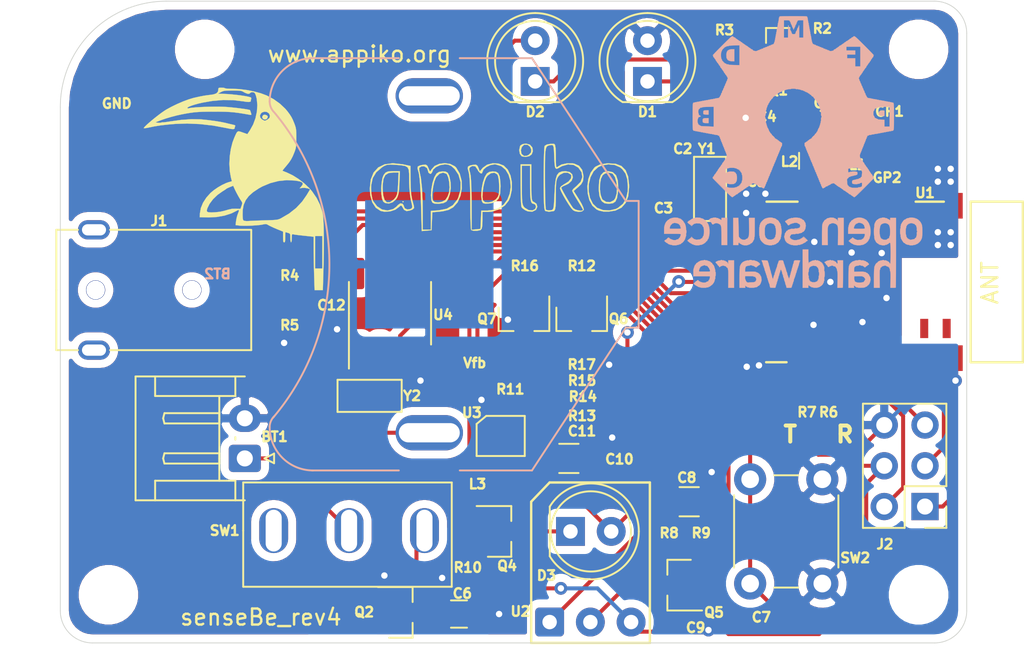
<source format=kicad_pcb>
(kicad_pcb (version 20171130) (host pcbnew 5.1.4-e60b266~84~ubuntu18.04.1)
  (layers (0 F.Cu signal) (31 B.Cu signal) (34 B.Paste user) (35 F.Paste user) (36 B.SilkS user) (37 F.SilkS user) (38 B.Mask user) (39 F.Mask user) (44 Edge.Cuts user))
  (net 0 "")
  (net 1 GND)
  (net 2 "Net-(BT1-Pad1)")
  (net 3 /DEC4)
  (net 4 /LFCLK_XL2)
  (net 5 /LFCLK_XL1)
  (net 6 VDD)
  (net 7 /VLED)
  (net 8 "Net-(C11-Pad2)")
  (net 9 /LIGHT_SENSE)
  (net 10 "Net-(D3-Pad1)")
  (net 11 /CAM_JACK)
  (net 12 /TRIGGER)
  (net 13 /FOCUS)
  (net 14 /SWDIO)
  (net 15 /SWDCLK)
  (net 16 /TX)
  (net 17 /RX)
  (net 18 "Net-(L1-Pad2)")
  (net 19 /DCC)
  (net 20 "Net-(L3-Pad1)")
  (net 21 /LED_RED)
  (net 22 "Net-(Q1-Pad3)")
  (net 23 /IR_LED_EN)
  (net 24 /RX_EN)
  (net 25 "Net-(Q5-Pad3)")
  (net 26 /PWR1)
  (net 27 "Net-(Q6-Pad3)")
  (net 28 "Net-(Q7-Pad3)")
  (net 29 /PWR2)
  (net 30 /LIGHT_SENSE_EN)
  (net 31 /RX_TX_S)
  (net 32 /REG_EN)
  (net 33 /GPIO1)
  (net 34 /GPIO2)
  (net 35 "Net-(U1-Pad41)")
  (net 36 "Net-(U1-Pad40)")
  (net 37 "Net-(U1-Pad38)")
  (net 38 "Net-(U1-Pad35)")
  (net 39 /BUTTON)
  (net 40 /RX_OUT)
  (net 41 "Net-(D2-Pad1)")
  (net 42 "Net-(Q2-Pad3)")
  (net 43 "Net-(BT2-Pad1)")
  (net 44 "Net-(U4-Pad1)")
  (net 45 "Net-(U4-Pad2)")
  (net 46 /RTC_INT)
  (net 47 /SDA)
  (net 48 /SCL)
  (net 49 /RTC_CLK)
  (net 50 "Net-(SW1-Pad1)")
  (net 51 "Net-(J1-Pad3)")
  (net 52 "Net-(U1-Pad32)")
  (net 53 "Net-(U1-Pad7)")
  (module sense_fp:OSHW1 (layer B.Cu) (at 55.7 19.4 180)
    (fp_text reference G*** hide)
    (fp_text value LOGO hide)
  )
  (module sense_fp:Appiko_Logo_2 (layer F.Cu) (at 35.1 21.6)
    (fp_text reference G*** hide)
    (fp_text value Appiko_Logo_2 hide)
  )
  (module sense_fp:Appiko_LOGO_img (layer F.Cu) (at 20.8 21.7)
    (fp_text reference G*** hide)
    (fp_text value Appiko_LOGO_img hide)
  )
  (module sense_fp:BatteryHolder_Keystone_3009_1x2450 (layer B.Cu) (at 33 26.4 90)
    (fp_text reference BT2 (at -0.6 -13.2 180) (layer B.SilkS) (effects (font (size 0.6 0.6)) (justify mirror)))
    (fp_text value "CR2032 holder")
    (pad 1 thru_hole oval (at -10.5 0 90) (size 2.2 4.2) (drill oval 1.2 3.8) (layers *.Cu *.Mask) (net 43 "Net-(BT2-Pad1)"))
    (pad 1 thru_hole oval (at 10.5 0 90) (size 2.2 4.2) (drill oval 1.2 3.8) (layers *.Cu *.Mask) (net 43 "Net-(BT2-Pad1)"))
    (pad 2 smd rect (at 0 0 90) (size 8 8) (layers B.Cu B.Mask) (net 1 GND))
  )
  (module sense_fp:Measurement_Point_Round-SMD-Pad_Small (layer F.Cu) (at 37.5 32.6)
    (fp_text reference Vfb (at -1.67 -0.05) (layer F.SilkS) (effects (font (size 0.6 0.6))))
    (fp_text value FB_TP)
    (pad 1 smd circle (at 0 0) (size 1.5 1.5) (layers F.Cu F.Mask) (net 8 "Net-(C11-Pad2)"))
  )
  (module sense_fp:SlideSwitch_1P2T_Straight (layer F.Cu) (at 28 43)
    (fp_text reference SW1 (at -7.75 0) (layer F.SilkS) (effects (font (size 0.6 0.6))))
    (fp_text value SW_Push_SPDT)
    (pad 3 thru_hole oval (at 4.7 0) (size 1.8 2.8) (drill oval 1 2.6) (layers *.Cu *.Mask) (net 42 "Net-(Q2-Pad3)"))
    (pad 2 thru_hole oval (at 0 0) (size 1.8 2.8) (drill oval 1 2.6) (layers *.Cu *.Mask) (net 2 "Net-(BT1-Pad1)"))
    (pad 1 thru_hole oval (at -4.7 0) (size 1.8 2.8) (drill oval 1 2.6) (layers *.Cu *.Mask) (net 50 "Net-(SW1-Pad1)"))
  )
  (module sense_fp:JST_EH_S2B-EH_1x02_P2.50mm_Horizontal (layer F.Cu) (at 21.5 38.5 90)
    (fp_text reference BT1 (at 1.35 1.85 180) (layer F.SilkS) (effects (font (size 0.6 0.6))))
    (fp_text value Battery)
    (pad 2 thru_hole oval (at 2.5 0 90) (size 1.7 2) (drill 1) (layers *.Cu *.Mask) (net 1 GND))
    (pad 1 thru_hole roundrect (at 0 0 90) (size 1.7 2) (drill 1) (layers *.Cu *.Mask) (roundrect_rratio 0.147059) (net 2 "Net-(BT1-Pad1)"))
  )
  (module sense:AP3405_U-DFN2020-8 (layer F.Cu) (at 37.45 37.1 270)
    (fp_text reference U3 (at -1.45 1.8) (layer F.SilkS) (effects (font (size 0.6 0.6))))
    (fp_text value AP3405)
    (pad "" smd rect (at 0 0 270) (size 1.8 0.8) (layers F.Cu F.Paste F.Mask))
    (pad 1 smd rect (at -0.75 0.9 270) (size 0.35 0.7) (layers F.Cu F.Paste F.Mask))
    (pad 2 smd rect (at -0.25 0.9 270) (size 0.35 0.7) (layers F.Cu F.Paste F.Mask))
    (pad 3 smd rect (at 0.25 0.9 270) (size 0.35 0.7) (layers F.Cu F.Paste F.Mask) (net 1 GND))
    (pad 4 smd rect (at 0.75 0.9 270) (size 0.35 0.7) (layers F.Cu F.Paste F.Mask) (net 1 GND))
    (pad 5 smd rect (at 0.75 -0.9 270) (size 0.35 0.7) (layers F.Cu F.Paste F.Mask) (net 20 "Net-(L3-Pad1)"))
    (pad 6 smd rect (at 0.25 -0.9 270) (size 0.35 0.7) (layers F.Cu F.Paste F.Mask) (net 6 VDD))
    (pad 7 smd rect (at -0.25 -0.9 270) (size 0.35 0.7) (layers F.Cu F.Paste F.Mask) (net 8 "Net-(C11-Pad2)"))
    (pad 8 smd rect (at -0.75 -0.9 270) (size 0.35 0.7) (layers F.Cu F.Paste F.Mask) (net 32 /REG_EN))
  )
  (module sense_fp:Measurement_Point_Round-SMD-Pad_Small (layer F.Cu) (at 63.21 17.91)
    (fp_text reference GP1 (at -1.52 -1.04) (layer F.SilkS) (effects (font (size 0.6 0.6))))
    (fp_text value TestPoint)
    (pad 1 smd circle (at 0 0) (size 1.5 1.5) (layers F.Cu F.Mask) (net 33 /GPIO1))
  )
  (module sense_fp:Measurement_Point_Round-SMD-Pad_Small (layer F.Cu) (at 63.22 20.32)
    (fp_text reference GP2 (at -1.68 0.68) (layer F.SilkS) (effects (font (size 0.6 0.6))))
    (fp_text value TestPoint)
    (pad 1 smd circle (at 0 0) (size 1.5 1.5) (layers F.Cu F.Mask) (net 34 /GPIO2))
  )
  (module sense_fp:Measurement_Point_Round-SMD-Pad_Small (layer F.Cu) (at 13.5 17.8)
    (fp_text reference GND (at 0.02 -1.42) (layer F.SilkS) (effects (font (size 0.6 0.6))))
    (fp_text value TestPoint)
    (pad 1 smd circle (at 0 0) (size 1.5 1.5) (layers F.Cu F.Mask) (net 1 GND))
  )
  (module sense_fp:C_0402_1005Metric (layer F.Cu) (at 27.25 27.5 90)
    (fp_text reference C12 (at -1.45 -0.35 180) (layer F.SilkS) (effects (font (size 0.6 0.6))))
    (fp_text value 0.1uF)
    (pad 1 smd roundrect (at -0.485 0 90) (size 0.59 0.64) (layers F.Cu F.Paste F.Mask) (net 1 GND))
    (pad 2 smd roundrect (at 0.485 0 90) (size 0.59 0.64) (layers F.Cu F.Paste F.Mask) (net 43 "Net-(BT2-Pad1)"))
  )
  (module sense_fp:SOIC-8_3.9x4.9mm_P1.27mm (layer F.Cu) (at 30.55 29.45 90)
    (fp_text reference U4 (at -0.1 3.3 180) (layer F.SilkS) (effects (font (size 0.6 0.6))))
    (fp_text value PCF8563T)
    (pad 1 smd roundrect (at -2.475 -1.905 90) (size 1.95 0.6) (layers F.Cu F.Paste F.Mask) (net 44 "Net-(U4-Pad1)"))
    (pad 2 smd roundrect (at -2.475 -0.635 90) (size 1.95 0.6) (layers F.Cu F.Paste F.Mask) (net 45 "Net-(U4-Pad2)"))
    (pad 3 smd roundrect (at -2.475 0.635 90) (size 1.95 0.6) (layers F.Cu F.Paste F.Mask) (net 46 /RTC_INT))
    (pad 4 smd roundrect (at -2.475 1.905 90) (size 1.95 0.6) (layers F.Cu F.Paste F.Mask) (net 1 GND))
    (pad 5 smd roundrect (at 2.475 1.905 90) (size 1.95 0.6) (layers F.Cu F.Paste F.Mask) (net 47 /SDA))
    (pad 6 smd roundrect (at 2.475 0.635 90) (size 1.95 0.6) (layers F.Cu F.Paste F.Mask) (net 48 /SCL))
    (pad 7 smd roundrect (at 2.475 -0.635 90) (size 1.95 0.6) (layers F.Cu F.Paste F.Mask) (net 49 /RTC_CLK))
    (pad 8 smd roundrect (at 2.475 -1.905 90) (size 1.95 0.6) (layers F.Cu F.Paste F.Mask) (net 43 "Net-(BT2-Pad1)"))
  )
  (module "sense_fp:Q13FC1350000400_SMD Crystals 32.768KHz" (layer F.Cu) (at 29.28 34.6)
    (fp_text reference Y2 (at 2.65 0) (layer F.SilkS) (effects (font (size 0.6 0.6))))
    (fp_text value Q13FC1350000400)
    (pad 1 smd rect (at -1.25 0) (size 1 1.8) (layers F.Cu F.Paste F.Mask) (net 44 "Net-(U4-Pad1)"))
    (pad 2 smd rect (at 1.25 0) (size 1 1.8) (layers F.Cu F.Paste F.Mask) (net 45 "Net-(U4-Pad2)"))
  )
  (module sense_fp:C_0402_1005Metric (layer F.Cu) (at 48.8 22.715 270)
    (fp_text reference C2 (at -3.515 0 180) (layer F.SilkS) (effects (font (size 0.6 0.6))))
    (fp_text value 8pF)
    (pad 2 smd roundrect (at 0.485 0 270) (size 0.59 0.64) (layers F.Cu F.Paste F.Mask) (net 4 /LFCLK_XL2))
    (pad 1 smd roundrect (at -0.485 0 270) (size 0.59 0.64) (layers F.Cu F.Paste F.Mask) (net 1 GND))
  )
  (module sense_fp:C_0402_1005Metric (layer F.Cu) (at 48.8 20.7 90)
    (fp_text reference C3 (at -2.2 -1.2 180) (layer F.SilkS) (effects (font (size 0.6 0.6))))
    (fp_text value 8pF)
    (pad 2 smd roundrect (at 0.485 0 90) (size 0.59 0.64) (layers F.Cu F.Paste F.Mask) (net 5 /LFCLK_XL1))
    (pad 1 smd roundrect (at -0.485 0 90) (size 0.59 0.64) (layers F.Cu F.Paste F.Mask) (net 1 GND))
  )
  (module sense_fp:C_0402_1005Metric (layer F.Cu) (at 55 21.2)
    (fp_text reference C5 (at -1.6 0.05) (layer F.SilkS) (effects (font (size 0.6 0.6))))
    (fp_text value 0.1uF)
    (pad 1 smd roundrect (at -0.485 0) (size 0.59 0.64) (layers F.Cu F.Paste F.Mask) (net 1 GND))
    (pad 2 smd roundrect (at 0.485 0) (size 0.59 0.64) (layers F.Cu F.Paste F.Mask) (net 6 VDD))
  )
  (module sense_fp:C_0805 (layer F.Cu) (at 34.85 48.2)
    (fp_text reference C6 (at 0.21 -1.28) (layer F.SilkS) (effects (font (size 0.6 0.6))))
    (fp_text value 10uF)
    (pad 1 smd rect (at -1 0) (size 1 1.25) (layers F.Cu F.Paste F.Mask) (net 6 VDD))
    (pad 2 smd rect (at 1 0) (size 1 1.25) (layers F.Cu F.Paste F.Mask) (net 1 GND))
  )
  (module sense_fp:C_0402_1005Metric (layer F.Cu) (at 55.25 48.4)
    (fp_text reference C7 (at -1.55 0 -180) (layer F.SilkS) (effects (font (size 0.6 0.6))))
    (fp_text value 0.1uF)
    (pad 1 smd roundrect (at -0.485 0) (size 0.59 0.64) (layers F.Cu F.Paste F.Mask) (net 39 /BUTTON))
    (pad 2 smd roundrect (at 0.485 0) (size 0.59 0.64) (layers F.Cu F.Paste F.Mask) (net 1 GND))
  )
  (module sense_fp:C_1206_3216Metric (layer F.Cu) (at 49.2 41.2)
    (fp_text reference C8 (at -0.15 -1.5) (layer F.SilkS) (effects (font (size 0.6 0.6))))
    (fp_text value 22uF)
    (pad 1 smd roundrect (at -1.4 0) (size 1.25 1.75) (layers F.Cu F.Paste F.Mask) (roundrect_rratio 0.2) (net 7 /VLED))
    (pad 2 smd roundrect (at 1.4 0) (size 1.25 1.75) (layers F.Cu F.Paste F.Mask) (roundrect_rratio 0.2) (net 1 GND))
  )
  (module sense_fp:C_0402_1005Metric (layer F.Cu) (at 48.1 49.05)
    (fp_text reference C9 (at 1.5 0) (layer F.SilkS) (effects (font (size 0.6 0.6))))
    (fp_text value 0.1uF)
    (pad 1 smd roundrect (at -0.485 0) (size 0.59 0.64) (layers F.Cu F.Paste F.Mask) (net 6 VDD))
    (pad 2 smd roundrect (at 0.485 0) (size 0.59 0.64) (layers F.Cu F.Paste F.Mask) (net 1 GND))
  )
  (module sense_fp:C_1206_3216Metric (layer F.Cu) (at 41.7 38.5)
    (fp_text reference C10 (at 3.15 0.05) (layer F.SilkS) (effects (font (size 0.6 0.6))))
    (fp_text value 22uF)
    (pad 2 smd roundrect (at 1.4 0) (size 1.25 1.75) (layers F.Cu F.Paste F.Mask) (roundrect_rratio 0.2) (net 1 GND))
    (pad 1 smd roundrect (at -1.4 0) (size 1.25 1.75) (layers F.Cu F.Paste F.Mask) (roundrect_rratio 0.2) (net 6 VDD))
  )
  (module sense_fp:C_0402_1005Metric (layer F.Cu) (at 40.47 36.8 180)
    (fp_text reference C11 (at -2.05 0 180) (layer F.SilkS) (effects (font (size 0.6 0.6))))
    (fp_text value 8pF)
    (pad 1 smd roundrect (at -0.485 0 180) (size 0.59 0.64) (layers F.Cu F.Paste F.Mask) (net 7 /VLED))
    (pad 2 smd roundrect (at 0.485 0 180) (size 0.59 0.64) (layers F.Cu F.Paste F.Mask) (net 8 "Net-(C11-Pad2)"))
  )
  (module sense_fp:LED_D5.0mm (layer F.Cu) (at 46.6 15 90)
    (fp_text reference D1 (at -1.9 0) (layer F.SilkS) (effects (font (size 0.6 0.6))))
    (fp_text value D_Photo)
    (pad 2 thru_hole circle (at 2.54 0 90) (size 1.8 1.8) (drill 0.9) (layers *.Cu *.Mask) (net 1 GND))
    (pad 1 thru_hole rect (at 0 0 90) (size 1.8 1.8) (drill 0.9) (layers *.Cu *.Mask) (net 9 /LIGHT_SENSE))
  )
  (module sense_fp:LED_D5.0mm (layer F.Cu) (at 39.6 15 90)
    (fp_text reference D2 (at -1.9 0) (layer F.SilkS) (effects (font (size 0.6 0.6))))
    (fp_text value LED)
    (pad 1 thru_hole rect (at 0 0 90) (size 1.8 1.8) (drill 0.9) (layers *.Cu *.Mask) (net 41 "Net-(D2-Pad1)"))
    (pad 2 thru_hole circle (at 2.54 0 90) (size 1.8 1.8) (drill 0.9) (layers *.Cu *.Mask) (net 6 VDD))
  )
  (module "sense_fp:PJ_611_5A_Audio Jack" (layer F.Cu) (at 12.2 28)
    (fp_text reference J1 (at 3.95 -4.3) (layer F.SilkS) (effects (font (size 0.6 0.6))))
    (fp_text value PJ-611-5A_AudioJack)
    (pad 3 smd rect (at 10.2 0) (size 1.2 0.7) (layers F.Cu F.Paste F.Mask) (net 51 "Net-(J1-Pad3)"))
    (pad 1 smd rect (at 10.2 -2.45) (size 1.2 0.7) (layers F.Cu F.Paste F.Mask) (net 12 /TRIGGER))
    (pad 4 smd rect (at 10.2 2.45) (size 1.2 0.7) (layers F.Cu F.Paste F.Mask) (net 1 GND))
    (pad 5 smd rect (at 10.2 -1.45) (size 1.2 0.7) (layers F.Cu F.Paste F.Mask) (net 13 /FOCUS))
    (pad 2 smd rect (at 10.2 1.45) (size 1.2 0.7) (layers F.Cu F.Paste F.Mask) (net 13 /FOCUS))
    (pad "" thru_hole roundrect (at -0.1 3.75) (size 2 1.2) (drill oval 1.5 0.7) (layers *.Cu *.Mask) (roundrect_rratio 0.5))
    (pad "" thru_hole roundrect (at -0.1 -3.75) (size 2 1.2) (drill oval 1.5 0.7) (layers *.Cu *.Mask) (roundrect_rratio 0.5))
    (pad "" thru_hole circle (at 0 0) (size 1.2 1.2) (drill 1.15) (layers *.Cu *.Mask))
    (pad "" thru_hole circle (at 6 0) (size 1.2 1.2) (drill 1.15) (layers *.Cu *.Mask))
  )
  (module sense_fp:PinHeader_2x03_P2.54mm_Vertical (layer F.Cu) (at 63.9 41.5 180)
    (fp_text reference J2 (at 2.5 -2.35 180) (layer F.SilkS) (effects (font (size 0.6 0.6))))
    (fp_text value Conn_02x03_Odd_Even)
    (pad 1 thru_hole rect (at 0 0 180) (size 1.7 1.7) (drill 1) (layers *.Cu *.Mask) (net 14 /SWDIO))
    (pad 2 thru_hole oval (at 2.54 0 180) (size 1.7 1.7) (drill 1) (layers *.Cu *.Mask) (net 17 /RX))
    (pad 3 thru_hole oval (at 0 2.54 180) (size 1.7 1.7) (drill 1) (layers *.Cu *.Mask) (net 15 /SWDCLK))
    (pad 4 thru_hole oval (at 2.54 2.54 180) (size 1.7 1.7) (drill 1) (layers *.Cu *.Mask) (net 6 VDD))
    (pad 5 thru_hole oval (at 0 5.08 180) (size 1.7 1.7) (drill 1) (layers *.Cu *.Mask) (net 16 /TX))
    (pad 6 thru_hole oval (at 2.54 5.08 180) (size 1.7 1.7) (drill 1) (layers *.Cu *.Mask) (net 1 GND))
  )
  (module sense_fp:MountingHole_2.7mm_M2.5 (layer F.Cu) (at 19 13)
    (fp_text reference MK1 hide)
    (fp_text value Mounting_Hole)
    (pad 1 np_thru_hole circle (at 0 0) (size 2.7 2.7) (drill 2.7) (layers *.Cu *.Mask))
  )
  (module sense_fp:MountingHole_2.7mm_M2.5 (layer F.Cu) (at 13 47)
    (fp_text reference MK2 hide)
    (fp_text value Mounting_Hole)
    (pad 1 np_thru_hole circle (at 0 0) (size 2.7 2.7) (drill 2.7) (layers *.Cu *.Mask))
  )
  (module sense_fp:MountingHole_2.7mm_M2.5 (layer F.Cu) (at 63.5 13)
    (fp_text reference MK3 hide)
    (fp_text value Mounting_Hole)
    (pad 1 np_thru_hole circle (at 0 0) (size 2.7 2.7) (drill 2.7) (layers *.Cu *.Mask))
  )
  (module sense_fp:MountingHole_2.7mm_M2.5 (layer F.Cu) (at 63.5 47)
    (fp_text reference MK4 hide)
    (fp_text value Mounting_Hole)
    (pad 1 np_thru_hole circle (at 0 0) (size 2.7 2.7) (drill 2.7) (layers *.Cu *.Mask))
  )
  (module sense_fp:SOT-23 (layer F.Cu) (at 54.75 13.25 180)
    (fp_text reference Q1 (at 0 -2.3 180) (layer F.SilkS) (effects (font (size 0.6 0.6))))
    (fp_text value SI2302)
    (pad 3 smd rect (at 1 0 180) (size 0.9 0.8) (layers F.Cu F.Paste F.Mask) (net 22 "Net-(Q1-Pad3)"))
    (pad 2 smd rect (at -1 0.95 180) (size 0.9 0.8) (layers F.Cu F.Paste F.Mask) (net 1 GND))
    (pad 1 smd rect (at -1 -0.95 180) (size 0.9 0.8) (layers F.Cu F.Paste F.Mask) (net 21 /LED_RED))
  )
  (module sense_fp:SOT-23 (layer F.Cu) (at 31.2 48.1)
    (fp_text reference Q2 (at -2.26 -0.02 180) (layer F.SilkS) (effects (font (size 0.6 0.6))))
    (fp_text value IRLML6401)
    (pad 1 smd rect (at -1 -0.95) (size 0.9 0.8) (layers F.Cu F.Paste F.Mask) (net 1 GND))
    (pad 2 smd rect (at -1 0.95) (size 0.9 0.8) (layers F.Cu F.Paste F.Mask) (net 6 VDD))
    (pad 3 smd rect (at 1 0) (size 0.9 0.8) (layers F.Cu F.Paste F.Mask) (net 42 "Net-(Q2-Pad3)"))
  )
  (module sense_fp:SOT-23 (layer F.Cu) (at 37.35 43.05)
    (fp_text reference Q4 (at 0.5 2.15 180) (layer F.SilkS) (effects (font (size 0.6 0.6))))
    (fp_text value SI2302)
    (pad 3 smd rect (at 1 0) (size 0.9 0.8) (layers F.Cu F.Paste F.Mask) (net 10 "Net-(D3-Pad1)"))
    (pad 2 smd rect (at -1 0.95) (size 0.9 0.8) (layers F.Cu F.Paste F.Mask) (net 1 GND))
    (pad 1 smd rect (at -1 -0.95) (size 0.9 0.8) (layers F.Cu F.Paste F.Mask) (net 23 /IR_LED_EN))
  )
  (module sense_fp:SOT-23 (layer F.Cu) (at 48.6 46.4 180)
    (fp_text reference Q5 (at -2.15 -1.7 180) (layer F.SilkS) (effects (font (size 0.6 0.6))))
    (fp_text value SI2302)
    (pad 3 smd rect (at 1 0 180) (size 0.9 0.8) (layers F.Cu F.Paste F.Mask) (net 25 "Net-(Q5-Pad3)"))
    (pad 2 smd rect (at -1 0.95 180) (size 0.9 0.8) (layers F.Cu F.Paste F.Mask) (net 1 GND))
    (pad 1 smd rect (at -1 -0.95 180) (size 0.9 0.8) (layers F.Cu F.Paste F.Mask) (net 24 /RX_EN))
  )
  (module sense_fp:SOT-23 (layer F.Cu) (at 42.5 29.8 270)
    (fp_text reference Q6 (at 0 -2.3 180) (layer F.SilkS) (effects (font (size 0.6 0.6))))
    (fp_text value SI2302)
    (pad 1 smd rect (at -1 -0.95 270) (size 0.9 0.8) (layers F.Cu F.Paste F.Mask) (net 26 /PWR1))
    (pad 2 smd rect (at -1 0.95 270) (size 0.9 0.8) (layers F.Cu F.Paste F.Mask) (net 1 GND))
    (pad 3 smd rect (at 1 0 270) (size 0.9 0.8) (layers F.Cu F.Paste F.Mask) (net 27 "Net-(Q6-Pad3)"))
  )
  (module sense_fp:SOT-23 (layer F.Cu) (at 38.9 29.8 270)
    (fp_text reference Q7 (at 0 2.3) (layer F.SilkS) (effects (font (size 0.6 0.6))))
    (fp_text value SI2302)
    (pad 1 smd rect (at -1 -0.95 270) (size 0.9 0.8) (layers F.Cu F.Paste F.Mask) (net 29 /PWR2))
    (pad 2 smd rect (at -1 0.95 270) (size 0.9 0.8) (layers F.Cu F.Paste F.Mask) (net 1 GND))
    (pad 3 smd rect (at 1 0 270) (size 0.9 0.8) (layers F.Cu F.Paste F.Mask) (net 28 "Net-(Q7-Pad3)"))
  )
  (module sense_fp:C_0402_1005Metric (layer F.Cu) (at 51.4 15.7 270)
    (fp_text reference R1 (at 1.5 0 180) (layer F.SilkS) (effects (font (size 0.6 0.6))))
    (fp_text value 100k)
    (pad 2 smd roundrect (at 0.485 0 270) (size 0.59 0.64) (layers F.Cu F.Paste F.Mask) (net 9 /LIGHT_SENSE))
    (pad 1 smd roundrect (at -0.485 0 270) (size 0.59 0.64) (layers F.Cu F.Paste F.Mask) (net 30 /LIGHT_SENSE_EN))
  )
  (module sense_fp:C_0402_1005Metric (layer F.Cu) (at 57.5 13.25 90)
    (fp_text reference R2 (at 1.55 0 180) (layer F.SilkS) (effects (font (size 0.6 0.6))))
    (fp_text value 470k)
    (pad 1 smd roundrect (at -0.485 0 90) (size 0.59 0.64) (layers F.Cu F.Paste F.Mask) (net 21 /LED_RED))
    (pad 2 smd roundrect (at 0.485 0 90) (size 0.59 0.64) (layers F.Cu F.Paste F.Mask) (net 1 GND))
  )
  (module sense_fp:C_0402_1005Metric (layer F.Cu) (at 51.4 13.25 270)
    (fp_text reference R3 (at -1.45 0 180) (layer F.SilkS) (effects (font (size 0.6 0.6))))
    (fp_text value 33E)
    (pad 1 smd roundrect (at -0.485 0 270) (size 0.59 0.64) (layers F.Cu F.Paste F.Mask) (net 41 "Net-(D2-Pad1)"))
    (pad 2 smd roundrect (at 0.485 0 270) (size 0.59 0.64) (layers F.Cu F.Paste F.Mask) (net 22 "Net-(Q1-Pad3)"))
  )
  (module sense_fp:C_0402_1005Metric (layer F.Cu) (at 57.89 37.07 270)
    (fp_text reference R6 (at -1.45 0 180) (layer F.SilkS) (effects (font (size 0.6 0.6))))
    (fp_text value 470k)
    (pad 1 smd roundrect (at -0.485 0 270) (size 0.59 0.64) (layers F.Cu F.Paste F.Mask) (net 31 /RX_TX_S))
    (pad 2 smd roundrect (at 0.485 0 270) (size 0.59 0.64) (layers F.Cu F.Paste F.Mask) (net 1 GND))
  )
  (module sense_fp:C_0402_1005Metric (layer F.Cu) (at 56.54 37.07 270)
    (fp_text reference R7 (at -1.45 0 180) (layer F.SilkS) (effects (font (size 0.6 0.6))))
    (fp_text value 470k)
    (pad 2 smd roundrect (at 0.485 0 270) (size 0.59 0.64) (layers F.Cu F.Paste F.Mask) (net 6 VDD))
    (pad 1 smd roundrect (at -0.485 0 270) (size 0.59 0.64) (layers F.Cu F.Paste F.Mask) (net 31 /RX_TX_S))
  )
  (module sense_fp:C_0402_1005Metric (layer F.Cu) (at 47.95 44.05)
    (fp_text reference R8 (at 0 -0.9) (layer F.SilkS) (effects (font (size 0.6 0.6))))
    (fp_text value 3.9M)
    (pad 2 smd roundrect (at 0.485 0) (size 0.59 0.64) (layers F.Cu F.Paste F.Mask) (net 1 GND))
    (pad 1 smd roundrect (at -0.485 0) (size 0.59 0.64) (layers F.Cu F.Paste F.Mask) (net 25 "Net-(Q5-Pad3)"))
  )
  (module sense_fp:C_0402_1005Metric (layer F.Cu) (at 49.95 44.05 180)
    (fp_text reference R9 (at 0 0.9) (layer F.SilkS) (effects (font (size 0.6 0.6))))
    (fp_text value 470k)
    (pad 2 smd roundrect (at 0.485 0 180) (size 0.59 0.64) (layers F.Cu F.Paste F.Mask) (net 1 GND))
    (pad 1 smd roundrect (at -0.485 0 180) (size 0.59 0.64) (layers F.Cu F.Paste F.Mask) (net 24 /RX_EN))
  )
  (module sense_fp:C_0402_1005Metric (layer F.Cu) (at 35.05 43.85 270)
    (fp_text reference R10 (at 1.45 -0.35 180) (layer F.SilkS) (effects (font (size 0.6 0.6))))
    (fp_text value 470k)
    (pad 2 smd roundrect (at 0.485 0 270) (size 0.59 0.64) (layers F.Cu F.Paste F.Mask) (net 1 GND))
    (pad 1 smd roundrect (at -0.485 0 270) (size 0.59 0.64) (layers F.Cu F.Paste F.Mask) (net 23 /IR_LED_EN))
  )
  (module sense_fp:C_0402_1005Metric (layer F.Cu) (at 38.03 35.06 180)
    (fp_text reference R11 (at -0.02 0.87) (layer F.SilkS) (effects (font (size 0.6 0.6))))
    (fp_text value 470k)
    (pad 2 smd roundrect (at 0.485 0 180) (size 0.59 0.64) (layers F.Cu F.Paste F.Mask) (net 1 GND))
    (pad 1 smd roundrect (at -0.485 0 180) (size 0.59 0.64) (layers F.Cu F.Paste F.Mask) (net 32 /REG_EN))
  )
  (module sense_fp:C_0402_1005Metric (layer F.Cu) (at 42.5 27.45 180)
    (fp_text reference R12 (at 0 0.95) (layer F.SilkS) (effects (font (size 0.6 0.6))))
    (fp_text value 470k)
    (pad 2 smd roundrect (at 0.485 0 180) (size 0.59 0.64) (layers F.Cu F.Paste F.Mask) (net 1 GND))
    (pad 1 smd roundrect (at -0.485 0 180) (size 0.59 0.64) (layers F.Cu F.Paste F.Mask) (net 26 /PWR1))
  )
  (module sense_fp:C_0402_1005Metric (layer F.Cu) (at 40.47 35.75 180)
    (fp_text reference R13 (at -2.05 -0.1) (layer F.SilkS) (effects (font (size 0.6 0.6))))
    (fp_text value 470k)
    (pad 1 smd roundrect (at -0.485 0 180) (size 0.59 0.64) (layers F.Cu F.Paste F.Mask) (net 7 /VLED))
    (pad 2 smd roundrect (at 0.485 0 180) (size 0.59 0.64) (layers F.Cu F.Paste F.Mask) (net 8 "Net-(C11-Pad2)"))
  )
  (module sense_fp:C_0402_1005Metric (layer F.Cu) (at 40.47 34.7)
    (fp_text reference R14 (at 2.1 -0.05) (layer F.SilkS) (effects (font (size 0.6 0.6))))
    (fp_text value 470k)
    (pad 1 smd roundrect (at -0.485 0) (size 0.59 0.64) (layers F.Cu F.Paste F.Mask) (net 8 "Net-(C11-Pad2)"))
    (pad 2 smd roundrect (at 0.485 0) (size 0.59 0.64) (layers F.Cu F.Paste F.Mask) (net 1 GND))
  )
  (module sense_fp:C_0402_1005Metric (layer F.Cu) (at 40.47 33.65)
    (fp_text reference R15 (at 2.05 0) (layer F.SilkS) (effects (font (size 0.6 0.6))))
    (fp_text value 3.9M)
    (pad 2 smd roundrect (at 0.485 0) (size 0.59 0.64) (layers F.Cu F.Paste F.Mask) (net 27 "Net-(Q6-Pad3)"))
    (pad 1 smd roundrect (at -0.485 0) (size 0.59 0.64) (layers F.Cu F.Paste F.Mask) (net 8 "Net-(C11-Pad2)"))
  )
  (module sense_fp:C_0402_1005Metric (layer F.Cu) (at 38.9 27.45 180)
    (fp_text reference R16 (at -0.05 0.95) (layer F.SilkS) (effects (font (size 0.6 0.6))))
    (fp_text value 470k)
    (pad 1 smd roundrect (at -0.485 0 180) (size 0.59 0.64) (layers F.Cu F.Paste F.Mask) (net 29 /PWR2))
    (pad 2 smd roundrect (at 0.485 0 180) (size 0.59 0.64) (layers F.Cu F.Paste F.Mask) (net 1 GND))
  )
  (module sense_fp:C_0402_1005Metric (layer F.Cu) (at 40.47 32.6)
    (fp_text reference R17 (at 2.03 0.05) (layer F.SilkS) (effects (font (size 0.6 0.6))))
    (fp_text value 1M)
    (pad 1 smd roundrect (at -0.485 0) (size 0.59 0.64) (layers F.Cu F.Paste F.Mask) (net 8 "Net-(C11-Pad2)"))
    (pad 2 smd roundrect (at 0.485 0) (size 0.59 0.64) (layers F.Cu F.Paste F.Mask) (net 28 "Net-(Q7-Pad3)"))
  )
  (module sense_fp:SW_PUSH_6mm (layer F.Cu) (at 57.5 39.8 270)
    (fp_text reference SW2 (at 4.9 -2.05) (layer F.SilkS) (effects (font (size 0.6 0.6))))
    (fp_text value SW_SPST)
    (pad 2 thru_hole circle (at 0 4.5) (size 2 2) (drill 1.1) (layers *.Cu *.Mask) (net 39 /BUTTON))
    (pad 1 thru_hole circle (at 0 0) (size 2 2) (drill 1.1) (layers *.Cu *.Mask) (net 1 GND))
    (pad 2 thru_hole circle (at 6.5 4.5) (size 2 2) (drill 1.1) (layers *.Cu *.Mask) (net 39 /BUTTON))
    (pad 1 thru_hole circle (at 6.5 0) (size 2 2) (drill 1.1) (layers *.Cu *.Mask) (net 1 GND))
  )
  (module sense_fp:mdbt42Q (layer F.Cu) (at 60.5 27.5 270)
    (fp_text reference U1 (at -5.55 -3.4) (layer F.SilkS) (effects (font (size 0.6 0.6))))
    (fp_text value MDBT42Q hide)
    (fp_text user ANT (at 0.05 -7.45 90) (layer F.SilkS))
    (pad 41 smd rect (at 2.9 -3.35 270) (size 1.2 0.5) (layers F.Cu F.Paste F.Mask) (net 35 "Net-(U1-Pad41)"))
    (pad 40 smd rect (at 2.9 -4.75 270) (size 1.2 0.5) (layers F.Cu F.Paste F.Mask) (net 36 "Net-(U1-Pad40)"))
    (pad 39 smd rect (at 4.75 -5.3 270) (size 1.6 0.9) (layers F.Cu F.Paste F.Mask) (net 1 GND))
    (pad 38 smd rect (at 4.75 -4.4 270) (size 1.6 0.5) (layers F.Cu F.Paste F.Mask) (net 37 "Net-(U1-Pad38)"))
    (pad 37 smd rect (at 4.75 -3.7 270) (size 1.6 0.5) (layers F.Cu F.Paste F.Mask) (net 14 /SWDIO))
    (pad 36 smd rect (at 4.75 -3 270) (size 1.6 0.5) (layers F.Cu F.Paste F.Mask) (net 15 /SWDCLK))
    (pad 35 smd rect (at 4.75 -2.3 270) (size 1.6 0.5) (layers F.Cu F.Paste F.Mask) (net 38 "Net-(U1-Pad35)"))
    (pad 34 smd rect (at 4.75 -1.6 270) (size 1.6 0.5) (layers F.Cu F.Paste F.Mask) (net 16 /TX))
    (pad 33 smd rect (at 4.75 -0.9 270) (size 1.6 0.5) (layers F.Cu F.Paste F.Mask) (net 17 /RX))
    (pad 32 smd rect (at 4.75 -0.2 270) (size 1.6 0.5) (layers F.Cu F.Paste F.Mask) (net 52 "Net-(U1-Pad32)"))
    (pad 31 smd rect (at 4.75 0.5 270) (size 1.6 0.5) (layers F.Cu F.Paste F.Mask) (net 31 /RX_TX_S))
    (pad 30 smd rect (at 4.75 1.2 270) (size 1.6 0.5) (layers F.Cu F.Paste F.Mask) (net 39 /BUTTON))
    (pad 29 smd rect (at 4.75 1.9 270) (size 1.6 0.5) (layers F.Cu F.Paste F.Mask) (net 24 /RX_EN))
    (pad 28 smd rect (at 4.75 2.6 270) (size 1.6 0.5) (layers F.Cu F.Paste F.Mask) (net 40 /RX_OUT))
    (pad 27 smd rect (at 4.75 3.3 270) (size 1.6 0.5) (layers F.Cu F.Paste F.Mask) (net 26 /PWR1))
    (pad 26 smd rect (at 4.75 4 270) (size 1.6 0.5) (layers F.Cu F.Paste F.Mask) (net 29 /PWR2))
    (pad 25 smd rect (at 4.75 4.7 270) (size 1.6 0.5) (layers F.Cu F.Paste F.Mask) (net 32 /REG_EN))
    (pad 24 smd rect (at 4.2 6.25 270) (size 0.5 1.6) (layers F.Cu F.Paste F.Mask) (net 1 GND))
    (pad 23 smd rect (at 3.5 6.25 270) (size 0.5 1.6) (layers F.Cu F.Paste F.Mask) (net 23 /IR_LED_EN))
    (pad 22 smd rect (at 2.8 6.25 270) (size 0.5 1.6) (layers F.Cu F.Paste F.Mask) (net 46 /RTC_INT))
    (pad 21 smd rect (at 2.1 6.25 270) (size 0.5 1.6) (layers F.Cu F.Paste F.Mask) (net 47 /SDA))
    (pad 20 smd rect (at 1.4 6.25 270) (size 0.5 1.6) (layers F.Cu F.Paste F.Mask) (net 48 /SCL))
    (pad 19 smd rect (at 0.7 6.25 270) (size 0.5 1.6) (layers F.Cu F.Paste F.Mask) (net 49 /RTC_CLK))
    (pad 18 smd rect (at 0 6.25 270) (size 0.5 1.6) (layers F.Cu F.Paste F.Mask) (net 7 /VLED))
    (pad 17 smd rect (at -0.7 6.25 270) (size 0.5 1.6) (layers F.Cu F.Paste F.Mask) (net 11 /CAM_JACK))
    (pad 16 smd rect (at -1.4 6.25 270) (size 0.5 1.6) (layers F.Cu F.Paste F.Mask) (net 13 /FOCUS))
    (pad 15 smd rect (at -2.1 6.25 270) (size 0.5 1.6) (layers F.Cu F.Paste F.Mask) (net 12 /TRIGGER))
    (pad 14 smd rect (at -2.8 6.25 270) (size 0.5 1.6) (layers F.Cu F.Paste F.Mask) (net 4 /LFCLK_XL2))
    (pad 13 smd rect (at -3.5 6.25 270) (size 0.5 1.6) (layers F.Cu F.Paste F.Mask) (net 5 /LFCLK_XL1))
    (pad 11 smd rect (at -4.75 4 270) (size 1.6 0.5) (layers F.Cu F.Paste F.Mask) (net 6 VDD))
    (pad 10 smd rect (at -4.75 3.3 270) (size 1.6 0.5) (layers F.Cu F.Paste F.Mask) (net 19 /DCC))
    (pad 9 smd rect (at -4.75 2.6 270) (size 1.6 0.5) (layers F.Cu F.Paste F.Mask) (net 3 /DEC4))
    (pad 8 smd rect (at -4.75 1.9 270) (size 1.6 0.5) (layers F.Cu F.Paste F.Mask) (net 6 VDD))
    (pad 7 smd rect (at -4.75 1.2 270) (size 1.6 0.5) (layers F.Cu F.Paste F.Mask) (net 53 "Net-(U1-Pad7)"))
    (pad 6 smd rect (at -4.75 0.5 270) (size 1.6 0.5) (layers F.Cu F.Paste F.Mask) (net 9 /LIGHT_SENSE))
    (pad 5 smd rect (at -4.75 -0.2 270) (size 1.6 0.5) (layers F.Cu F.Paste F.Mask) (net 30 /LIGHT_SENSE_EN))
    (pad 4 smd rect (at -4.75 -0.9 270) (size 1.6 0.5) (layers F.Cu F.Paste F.Mask) (net 21 /LED_RED))
    (pad 3 smd rect (at -4.75 -1.6 270) (size 1.6 0.5) (layers F.Cu F.Paste F.Mask) (net 33 /GPIO1))
    (pad 1 smd rect (at -4.75 -5.3 270) (size 1.6 0.9) (layers F.Cu F.Paste F.Mask) (net 1 GND))
    (pad 2 smd rect (at -4.75 -2.3 270) (size 1.6 0.5) (layers F.Cu F.Paste F.Mask) (net 34 /GPIO2))
    (pad 12 smd rect (at -4.3 6.25 270) (size 0.5 1.6) (layers F.Cu F.Paste F.Mask) (net 1 GND))
  )
  (module sense_fp:Vishay_MINIMOLD-3Pin (layer F.Cu) (at 40.5 48.7)
    (fp_text reference U2 (at -1.82 -0.66 180) (layer F.SilkS) (effects (font (size 0.6 0.6))))
    (fp_text value TSSP4056)
    (pad 1 thru_hole roundrect (at 0 0) (size 1.8 1.8) (drill 0.9) (layers *.Cu *.Mask) (roundrect_rratio 0.139) (net 40 /RX_OUT))
    (pad 2 thru_hole circle (at 2.54 0) (size 1.8 1.8) (drill 0.9) (layers *.Cu *.Mask) (net 25 "Net-(Q5-Pad3)"))
    (pad 3 thru_hole circle (at 5.08 0) (size 1.8 1.8) (drill 0.9) (layers *.Cu *.Mask) (net 6 VDD))
  )
  (module "sense_fp:Q13FC1350000400_SMD Crystals 32.768KHz" (layer F.Cu) (at 50.5 21.7 90)
    (fp_text reference Y1 (at 2.5 -0.2) (layer F.SilkS) (effects (font (size 0.6 0.6))))
    (fp_text value Crystal)
    (pad 1 smd rect (at -1.25 0 90) (size 1 1.8) (layers F.Cu F.Paste F.Mask) (net 4 /LFCLK_XL2))
    (pad 2 smd rect (at 1.25 0 90) (size 1 1.8) (layers F.Cu F.Paste F.Mask) (net 5 /LFCLK_XL1))
  )
  (module sense_fp:LED_D5.0mm (layer F.Cu) (at 41.8 43.05)
    (fp_text reference D3 (at -1.5 2.75) (layer F.SilkS) (effects (font (size 0.6 0.6))))
    (fp_text value SFH4545)
    (pad 1 thru_hole rect (at 0 0) (size 1.8 1.8) (drill 0.9) (layers *.Cu *.Mask) (net 10 "Net-(D3-Pad1)"))
    (pad 2 thru_hole circle (at 2.54 0) (size 1.8 1.8) (drill 0.9) (layers *.Cu *.Mask) (net 7 /VLED))
  )
  (module sense_fp:C_0603_1608Metric (layer F.Cu) (at 57.55 17.35)
    (fp_text reference C1 (at 0 -1) (layer F.SilkS) (effects (font (size 0.6 0.6))))
    (fp_text value 1uF)
    (pad 2 smd roundrect (at 0.7875 0) (size 0.875 0.95) (layers F.Cu F.Paste F.Mask) (net 3 /DEC4))
    (pad 1 smd roundrect (at -0.7875 0) (size 0.875 0.95) (layers F.Cu F.Paste F.Mask) (net 1 GND))
  )
  (module sense_fp:C_0603_1608Metric (layer F.Cu) (at 54.05 19.1 270)
    (fp_text reference C4 (at -1.9 0 180) (layer F.SilkS) (effects (font (size 0.6 0.6))))
    (fp_text value 1uF)
    (pad 1 smd roundrect (at -0.7875 0 270) (size 0.875 0.95) (layers F.Cu F.Paste F.Mask) (net 1 GND))
    (pad 2 smd roundrect (at 0.7875 0 270) (size 0.875 0.95) (layers F.Cu F.Paste F.Mask) (net 6 VDD))
  )
  (module sense_fp:C_0603_1608Metric (layer F.Cu) (at 58.6 20.2 90)
    (fp_text reference L1 (at 0 1.1 180) (layer F.SilkS) (effects (font (size 0.6 0.6))))
    (fp_text value 18nH)
    (pad 1 smd roundrect (at -0.7875 0 90) (size 0.875 0.95) (layers F.Cu F.Paste F.Mask) (net 3 /DEC4))
    (pad 2 smd roundrect (at 0.7875 0 90) (size 0.875 0.95) (layers F.Cu F.Paste F.Mask) (net 18 "Net-(L1-Pad2)"))
  )
  (module sense_fp:C_0805 (layer F.Cu) (at 56.9 19.95 270)
    (fp_text reference L2 (at 0.05 1.45 180) (layer F.SilkS) (effects (font (size 0.6 0.6))))
    (fp_text value 10uH)
    (pad 1 smd rect (at -1 0 270) (size 1 1.25) (layers F.Cu F.Paste F.Mask) (net 18 "Net-(L1-Pad2)"))
    (pad 2 smd rect (at 1 0 270) (size 1 1.25) (layers F.Cu F.Paste F.Mask) (net 19 /DCC))
  )
  (module sense_fp:L_2.4mm_SMD (layer F.Cu) (at 37.9 40.05 90)
    (fp_text reference L3 (at -0.05 -1.9 180) (layer F.SilkS) (effects (font (size 0.6 0.6))))
    (fp_text value 2.2uH)
    (pad 1 smd rect (at 0 -0.725 90) (size 2 0.7) (layers F.Cu F.Paste F.Mask) (net 20 "Net-(L3-Pad1)"))
    (pad 2 smd rect (at 0 0.725 90) (size 2 0.7) (layers F.Cu F.Paste F.Mask) (net 7 /VLED))
  )
  (module sense_fp:C_0402_1005Metric (layer F.Cu) (at 24.315 28 180)
    (fp_text reference R4 (at 0.015 0.9) (layer F.SilkS) (effects (font (size 0.6 0.6))))
    (fp_text value 470E)
    (pad 2 smd roundrect (at 0.485 0 180) (size 0.59 0.64) (layers F.Cu F.Paste F.Mask) (net 51 "Net-(J1-Pad3)"))
    (pad 1 smd roundrect (at -0.485 0 180) (size 0.59 0.64) (layers F.Cu F.Paste F.Mask) (net 11 /CAM_JACK))
  )
  (module sense_fp:C_0402_1005Metric (layer F.Cu) (at 24.3 29.25 180)
    (fp_text reference R5 (at 0 -0.95 180) (layer F.SilkS) (effects (font (size 0.6 0.6))))
    (fp_text value NC)
    (pad 1 smd roundrect (at -0.485 0 180) (size 0.59 0.64) (layers F.Cu F.Paste F.Mask) (net 51 "Net-(J1-Pad3)"))
    (pad 2 smd roundrect (at 0.485 0 180) (size 0.59 0.64) (layers F.Cu F.Paste F.Mask) (net 1 GND))
  )
  (gr_text T (at 55.5 37) (layer F.SilkS) (effects (font (size 1 1) (thickness 0.25))))
  (gr_text R (at 58.9 37) (layer F.SilkS) (effects (font (size 1 1) (thickness 0.25))))
  (gr_text senseBe_rev4 (at 22.5 48.4) (layer F.SilkS) (effects (font (size 1 1))))
  (gr_arc (start 64.5 12) (end 66.5 12) (angle -90) (layer Edge.Cuts) (width 0.05))
  (gr_arc (start 64.5 48) (end 64.5 50) (angle -90) (layer Edge.Cuts) (width 0.05))
  (gr_arc (start 12 48) (end 10 48) (angle -90) (layer Edge.Cuts) (width 0.05))
  (gr_arc (start 16.6 16.6) (end 16.6 10) (angle -90) (layer Edge.Cuts) (width 0.05))
  (gr_text www.appiko.org (at 28.65 13.3) (layer F.SilkS) (effects (font (size 1 1))))
  (gr_line (start 64.5 10) (end 16.6 10) (layer Edge.Cuts) (width 0.05))
  (gr_line (start 66.5 48) (end 66.5 12) (layer Edge.Cuts) (width 0.05))
  (gr_line (start 12 50) (end 64.5 50) (layer Edge.Cuts) (width 0.05))
  (gr_line (start 10 16.6) (end 10 48) (layer Edge.Cuts) (width 0.05))
  (segment (start 57.035 12.3) (end 57.5 12.765) (width 0.25) (layer F.Cu) (net 1))
  (segment (start 55.75 12.3) (end 57.035 12.3) (width 0.25) (layer F.Cu) (net 1))
  (via (at 65.8 33.65) (size 0.8) (drill 0.4) (layers F.Cu B.Cu) (net 1))
  (segment (start 65.8 32.25) (end 65.8 33.65) (width 0.25) (layer F.Cu) (net 1))
  (segment (start 64.13 33.65) (end 61.36 36.42) (width 0.25) (layer B.Cu) (net 1))
  (segment (start 65.8 33.65) (end 64.13 33.65) (width 0.25) (layer B.Cu) (net 1))
  (via (at 65.5 24.4) (size 0.8) (drill 0.4) (layers F.Cu B.Cu) (net 1))
  (segment (start 65.8 22.75) (end 65.8 24.1) (width 0.25) (layer F.Cu) (net 1))
  (segment (start 65.8 24.1) (end 65.5 24.4) (width 0.25) (layer F.Cu) (net 1))
  (via (at 65.5 25.2) (size 0.8) (drill 0.4) (layers F.Cu B.Cu) (net 1))
  (segment (start 65.5 24.4) (end 65.5 25.2) (width 0.25) (layer B.Cu) (net 1))
  (via (at 64.7 25.2) (size 0.8) (drill 0.4) (layers F.Cu B.Cu) (net 1))
  (segment (start 65.5 25.2) (end 64.7 25.2) (width 0.25) (layer F.Cu) (net 1))
  (via (at 64.7 24.4) (size 0.8) (drill 0.4) (layers F.Cu B.Cu) (net 1))
  (segment (start 64.7 25.2) (end 64.7 24.4) (width 0.25) (layer B.Cu) (net 1))
  (segment (start 64.7 24.4) (end 65.5 24.4) (width 0.25) (layer F.Cu) (net 1))
  (via (at 61.5 28.5) (size 0.8) (drill 0.4) (layers F.Cu B.Cu) (net 1))
  (via (at 58 27.5) (size 0.8) (drill 0.4) (layers F.Cu B.Cu) (net 1))
  (segment (start 61.5 27.5) (end 58 27.5) (width 0.25) (layer B.Cu) (net 1))
  (via (at 57 25) (size 0.8) (drill 0.4) (layers F.Cu B.Cu) (net 1))
  (segment (start 58 27.5) (end 58 26) (width 0.25) (layer B.Cu) (net 1))
  (segment (start 58 26) (end 57 25) (width 0.25) (layer B.Cu) (net 1))
  (segment (start 62.85 24.4) (end 62.45 24.8) (width 0.25) (layer B.Cu) (net 1))
  (segment (start 64.7 24.4) (end 62.85 24.4) (width 0.25) (layer B.Cu) (net 1))
  (via (at 65.5 21.25) (size 0.8) (drill 0.4) (layers F.Cu B.Cu) (net 1))
  (segment (start 65.8 22.75) (end 65.8 21.55) (width 0.25) (layer F.Cu) (net 1))
  (segment (start 65.8 21.55) (end 65.5 21.25) (width 0.25) (layer F.Cu) (net 1))
  (via (at 64.7 21.25) (size 0.8) (drill 0.4) (layers F.Cu B.Cu) (net 1))
  (segment (start 65.5 21.25) (end 64.7 21.25) (width 0.25) (layer B.Cu) (net 1))
  (via (at 64.7 20.45) (size 0.8) (drill 0.4) (layers F.Cu B.Cu) (net 1))
  (segment (start 64.7 21.25) (end 64.7 20.45) (width 0.25) (layer F.Cu) (net 1))
  (via (at 65.5 20.45) (size 0.8) (drill 0.4) (layers F.Cu B.Cu) (net 1))
  (segment (start 64.7 20.45) (end 65.5 20.45) (width 0.25) (layer B.Cu) (net 1))
  (segment (start 65.5 20.45) (end 65.5 21.25) (width 0.25) (layer F.Cu) (net 1))
  (via (at 52.75 23.2) (size 0.8) (drill 0.4) (layers F.Cu B.Cu) (net 1))
  (segment (start 54.25 23.2) (end 52.75 23.2) (width 0.25) (layer F.Cu) (net 1))
  (via (at 52.75 22) (size 0.8) (drill 0.4) (layers F.Cu B.Cu) (net 1))
  (segment (start 52.75 23.2) (end 52.75 22) (width 0.25) (layer B.Cu) (net 1))
  (via (at 53.95 22) (size 0.8) (drill 0.4) (layers F.Cu B.Cu) (net 1))
  (segment (start 52.75 22) (end 53.95 22) (width 0.25) (layer F.Cu) (net 1))
  (via (at 53.55 32.7) (size 0.8) (drill 0.4) (layers F.Cu B.Cu) (net 1))
  (via (at 60 30) (size 0.8) (drill 0.4) (layers F.Cu B.Cu) (net 1))
  (via (at 61.2 25.7) (size 0.8) (drill 0.4) (layers F.Cu B.Cu) (net 1))
  (segment (start 61.5 28.5) (end 60 30) (width 0.25) (layer B.Cu) (net 1))
  (segment (start 61.5 27.5) (end 61.5 28.5) (width 0.25) (layer B.Cu) (net 1))
  (segment (start 52.873864 32.7) (end 52.786932 32.786932) (width 0.25) (layer B.Cu) (net 1))
  (segment (start 52.786932 32.613068) (end 52.786932 32.786932) (width 0.25) (layer F.Cu) (net 1))
  (segment (start 53.55 32.7) (end 52.873864 32.7) (width 0.25) (layer B.Cu) (net 1))
  (via (at 52.786932 32.786932) (size 0.8) (drill 0.4) (layers F.Cu B.Cu) (net 1))
  (segment (start 53.7 31.7) (end 52.786932 32.613068) (width 0.25) (layer F.Cu) (net 1))
  (segment (start 48.8 21.185) (end 48.8 22.23) (width 0.25) (layer F.Cu) (net 1))
  (segment (start 62.45 24.8) (end 61.583044 25.666956) (width 0.25) (layer B.Cu) (net 1))
  (segment (start 59.890675 25.666956) (end 59.32499 25.666956) (width 0.25) (layer B.Cu) (net 1))
  (segment (start 59.666956 25.666956) (end 59.32499 25.666956) (width 0.25) (layer B.Cu) (net 1))
  (segment (start 61.5 27.5) (end 59.666956 25.666956) (width 0.25) (layer B.Cu) (net 1))
  (segment (start 61.583044 25.666956) (end 59.890675 25.666956) (width 0.25) (layer B.Cu) (net 1))
  (via (at 59.32499 25.666956) (size 0.8) (drill 0.4) (layers F.Cu B.Cu) (net 1))
  (segment (start 58 29.124318) (end 57.349307 29.775011) (width 0.25) (layer B.Cu) (net 1))
  (segment (start 57.349307 29.775011) (end 56.949308 30.17501) (width 0.25) (layer B.Cu) (net 1))
  (segment (start 58 27.5) (end 58 29.124318) (width 0.25) (layer B.Cu) (net 1))
  (via (at 56.949308 30.17501) (size 0.8) (drill 0.4) (layers F.Cu B.Cu) (net 1))
  (segment (start 49.6 45.45) (end 49.6 45.215) (width 0.25) (layer F.Cu) (net 1))
  (segment (start 36.015 44.335) (end 36.35 44) (width 0.25) (layer F.Cu) (net 1))
  (segment (start 35.05 44.335) (end 36.015 44.335) (width 0.25) (layer F.Cu) (net 1))
  (segment (start 49.465 44.05) (end 48.435 44.05) (width 0.25) (layer F.Cu) (net 1))
  (segment (start 49.465 45.315) (end 49.6 45.45) (width 0.25) (layer F.Cu) (net 1))
  (segment (start 49.465 44.05) (end 49.465 45.315) (width 0.25) (layer F.Cu) (net 1))
  (segment (start 36.55 37.35) (end 36.55 37.85) (width 0.25) (layer F.Cu) (net 1))
  (segment (start 37.95 27.915) (end 38.415 27.45) (width 0.25) (layer F.Cu) (net 1))
  (segment (start 37.95 28.8) (end 37.95 27.915) (width 0.25) (layer F.Cu) (net 1))
  (segment (start 41.55 27.915) (end 42.015 27.45) (width 0.25) (layer F.Cu) (net 1))
  (segment (start 41.55 28.8) (end 41.55 27.915) (width 0.25) (layer F.Cu) (net 1))
  (segment (start 60.445 37.335) (end 61.36 36.42) (width 0.25) (layer F.Cu) (net 1))
  (segment (start 35.924999 37.399999) (end 36.375 37.85) (width 0.25) (layer F.Cu) (net 1))
  (segment (start 35.924999 35.954999) (end 35.924999 37.399999) (width 0.25) (layer F.Cu) (net 1))
  (segment (start 36.375 37.85) (end 36.55 37.85) (width 0.25) (layer F.Cu) (net 1))
  (via (at 36.25 34.85) (size 0.8) (drill 0.4) (layers F.Cu B.Cu) (net 1))
  (segment (start 36.464999 35.064999) (end 36.25 34.85) (width 0.25) (layer F.Cu) (net 1))
  (segment (start 36.629998 35.25) (end 36.464999 35.414999) (width 0.25) (layer F.Cu) (net 1))
  (segment (start 36.464999 35.414999) (end 36.464999 35.064999) (width 0.25) (layer F.Cu) (net 1))
  (segment (start 36.464999 35.414999) (end 35.924999 35.954999) (width 0.25) (layer F.Cu) (net 1))
  (via (at 50.6 39.35) (size 0.8) (drill 0.4) (layers F.Cu B.Cu) (net 1))
  (segment (start 50.6 41.2) (end 50.6 39.35) (width 0.25) (layer F.Cu) (net 1))
  (segment (start 50.6 42.3) (end 50.6 41.2) (width 0.25) (layer F.Cu) (net 1))
  (segment (start 50.3 42.6) (end 50.6 42.3) (width 0.25) (layer F.Cu) (net 1))
  (segment (start 50.05 42.6) (end 50.3 42.6) (width 0.25) (layer F.Cu) (net 1))
  (segment (start 49.465 44.05) (end 49.465 43.185) (width 0.25) (layer F.Cu) (net 1))
  (segment (start 49.465 43.185) (end 50.05 42.6) (width 0.25) (layer F.Cu) (net 1))
  (via (at 50.4 49.2) (size 0.8) (drill 0.4) (layers F.Cu B.Cu) (net 1))
  (segment (start 48.585 49.05) (end 50.25 49.05) (width 0.25) (layer F.Cu) (net 1))
  (segment (start 50.25 49.05) (end 50.4 49.2) (width 0.25) (layer F.Cu) (net 1))
  (segment (start 23.25 30.45) (end 22.4 30.45) (width 0.25) (layer F.Cu) (net 1))
  (segment (start 23.815 29.885) (end 23.25 30.45) (width 0.25) (layer F.Cu) (net 1))
  (segment (start 23.815 29.25) (end 23.815 29.885) (width 0.25) (layer F.Cu) (net 1))
  (via (at 23.95 31.3) (size 0.8) (drill 0.4) (layers F.Cu B.Cu) (net 1))
  (segment (start 22.4 30.45) (end 23.1 30.45) (width 0.25) (layer F.Cu) (net 1))
  (segment (start 23.1 30.45) (end 23.95 31.3) (width 0.25) (layer F.Cu) (net 1))
  (via (at 27.25 30.45) (size 0.8) (drill 0.4) (layers F.Cu B.Cu) (net 1))
  (segment (start 27.25 27.985) (end 27.25 30.45) (width 0.25) (layer F.Cu) (net 1))
  (via (at 32.45 33.65) (size 0.8) (drill 0.4) (layers F.Cu B.Cu) (net 1))
  (segment (start 32.455 31.925) (end 32.455 33.645) (width 0.25) (layer F.Cu) (net 1))
  (segment (start 32.455 33.645) (end 32.45 33.65) (width 0.25) (layer F.Cu) (net 1))
  (segment (start 37.95 28.8) (end 37.95 29.8) (width 0.25) (layer F.Cu) (net 1))
  (via (at 37.9 29.85) (size 0.8) (drill 0.4) (layers F.Cu B.Cu) (net 1))
  (segment (start 37.95 29.8) (end 37.9 29.85) (width 0.25) (layer F.Cu) (net 1))
  (segment (start 37.9 29.85) (end 41.25 29.85) (width 0.25) (layer F.Cu) (net 1))
  (segment (start 41.55 29.55) (end 41.55 28.8) (width 0.25) (layer F.Cu) (net 1))
  (segment (start 41.25 29.85) (end 41.55 29.55) (width 0.25) (layer F.Cu) (net 1))
  (via (at 44.4 37.2) (size 0.8) (drill 0.4) (layers F.Cu B.Cu) (net 1))
  (segment (start 43.1 38.5) (end 44.4 37.2) (width 0.25) (layer F.Cu) (net 1))
  (via (at 33.8 45.95) (size 0.8) (drill 0.4) (layers F.Cu B.Cu) (net 1))
  (segment (start 34.35 45.95) (end 33.8 45.95) (width 0.25) (layer F.Cu) (net 1))
  (segment (start 36.35 44) (end 36.3 44) (width 0.25) (layer F.Cu) (net 1))
  (segment (start 36.3 44) (end 34.35 45.95) (width 0.25) (layer F.Cu) (net 1))
  (via (at 37.35 48.2) (size 0.8) (drill 0.4) (layers F.Cu B.Cu) (net 1))
  (segment (start 35.85 48.2) (end 37.35 48.2) (width 0.25) (layer F.Cu) (net 1))
  (via (at 30.2 45.8) (size 0.8) (drill 0.4) (layers F.Cu B.Cu) (net 1))
  (segment (start 30.2 47.15) (end 30.2 45.8) (width 0.25) (layer F.Cu) (net 1))
  (segment (start 55.0125 17.35) (end 54.05 18.3125) (width 0.25) (layer F.Cu) (net 1))
  (segment (start 56.7625 17.35) (end 55.0125 17.35) (width 0.25) (layer F.Cu) (net 1))
  (segment (start 33.3 32.8) (end 32.45 33.65) (width 0.25) (layer B.Cu) (net 1))
  (segment (start 33.3 26.4) (end 33.3 32.8) (width 0.25) (layer B.Cu) (net 1))
  (segment (start 36.819998 35.06) (end 36.629998 35.25) (width 0.25) (layer F.Cu) (net 1))
  (segment (start 37.545 35.06) (end 36.819998 35.06) (width 0.25) (layer F.Cu) (net 1))
  (segment (start 41.35 34.7) (end 41.36 34.69) (width 0.25) (layer F.Cu) (net 1))
  (segment (start 40.955 34.7) (end 41.35 34.7) (width 0.25) (layer F.Cu) (net 1))
  (via (at 44.21 32.66) (size 0.8) (drill 0.4) (layers F.Cu B.Cu) (net 1))
  (segment (start 41.36 34.69) (end 42.18 34.69) (width 0.25) (layer F.Cu) (net 1))
  (segment (start 42.18 34.69) (end 44.21 32.66) (width 0.25) (layer F.Cu) (net 1))
  (segment (start 41.55 29.55) (end 41.87 29.55) (width 0.25) (layer F.Cu) (net 1))
  (segment (start 41.87 29.55) (end 42.16 29.84) (width 0.25) (layer F.Cu) (net 1))
  (segment (start 42.16 29.84) (end 43.51 29.84) (width 0.25) (layer F.Cu) (net 1))
  (segment (start 44.21 30.54) (end 44.21 32.66) (width 0.25) (layer F.Cu) (net 1))
  (segment (start 43.51 29.84) (end 44.21 30.54) (width 0.25) (layer F.Cu) (net 1))
  (via (at 52.72 17.27) (size 0.8) (drill 0.4) (layers F.Cu B.Cu) (net 1))
  (segment (start 54.05 18.3125) (end 53.7625 18.3125) (width 0.25) (layer F.Cu) (net 1))
  (segment (start 53.7625 18.3125) (end 52.72 17.27) (width 0.25) (layer F.Cu) (net 1))
  (segment (start 60.225 37.555) (end 60.445 37.335) (width 0.25) (layer F.Cu) (net 1))
  (segment (start 57.89 37.555) (end 60.225 37.555) (width 0.25) (layer F.Cu) (net 1))
  (segment (start 23.5 38.5) (end 23.875 38.875) (width 0.25) (layer F.Cu) (net 2))
  (segment (start 21 38.5) (end 23.5 38.5) (width 0.25) (layer F.Cu) (net 2))
  (segment (start 28 43) (end 23.875 38.875) (width 0.25) (layer F.Cu) (net 2))
  (segment (start 57.9 21.6875) (end 58.6 20.9875) (width 0.25) (layer F.Cu) (net 3))
  (segment (start 57.9 22.75) (end 57.9 21.6875) (width 0.25) (layer F.Cu) (net 3))
  (segment (start 59.061612 20.525888) (end 59.061612 20.488388) (width 0.25) (layer F.Cu) (net 3))
  (segment (start 58.6 20.9875) (end 59.061612 20.525888) (width 0.25) (layer F.Cu) (net 3))
  (segment (start 58.799112 17.811612) (end 58.3375 17.35) (width 0.25) (layer F.Cu) (net 3))
  (segment (start 59.35001 20.19999) (end 59.35001 18.36251) (width 0.25) (layer F.Cu) (net 3))
  (segment (start 59.35001 18.36251) (end 58.799112 17.811612) (width 0.25) (layer F.Cu) (net 3))
  (segment (start 59.061612 20.488388) (end 59.35001 20.19999) (width 0.25) (layer F.Cu) (net 3))
  (segment (start 50.25 23.2) (end 50.5 22.95) (width 0.25) (layer F.Cu) (net 4))
  (segment (start 48.8 23.2) (end 50.25 23.2) (width 0.25) (layer F.Cu) (net 4))
  (segment (start 50.5 22.95) (end 52.25 24.7) (width 0.25) (layer F.Cu) (net 4))
  (segment (start 52.25 24.7) (end 53.2 24.7) (width 0.25) (layer F.Cu) (net 4))
  (segment (start 53.2 24.7) (end 54.25 24.7) (width 0.25) (layer F.Cu) (net 4))
  (segment (start 50.265 20.215) (end 50.5 20.45) (width 0.25) (layer F.Cu) (net 5))
  (segment (start 48.8 20.215) (end 50.265 20.215) (width 0.25) (layer F.Cu) (net 5))
  (segment (start 50.9 20.45) (end 50.5 20.45) (width 0.25) (layer F.Cu) (net 5))
  (segment (start 52 21.55) (end 50.9 20.45) (width 0.25) (layer F.Cu) (net 5))
  (segment (start 52 23.7) (end 52 21.55) (width 0.25) (layer F.Cu) (net 5))
  (segment (start 52.3 24) (end 52 23.7) (width 0.25) (layer F.Cu) (net 5))
  (segment (start 54.25 24) (end 52.3 24) (width 0.25) (layer F.Cu) (net 5))
  (segment (start 56.5 23.8) (end 56.9 24.2) (width 0.25) (layer F.Cu) (net 6))
  (segment (start 56.5 22.75) (end 56.5 23.8) (width 0.25) (layer F.Cu) (net 6))
  (segment (start 58.6 23.8) (end 58.6 22.75) (width 0.25) (layer F.Cu) (net 6))
  (segment (start 58.2 24.2) (end 58.6 23.8) (width 0.25) (layer F.Cu) (net 6))
  (segment (start 56.9 24.2) (end 58.2 24.2) (width 0.25) (layer F.Cu) (net 6))
  (segment (start 55.485 21.735) (end 56.5 22.75) (width 0.25) (layer F.Cu) (net 6))
  (segment (start 55.485 21.2) (end 55.485 21.735) (width 0.25) (layer F.Cu) (net 6))
  (segment (start 55.485 21.1225) (end 54.25 19.8875) (width 0.25) (layer F.Cu) (net 6))
  (segment (start 55.485 21.2) (end 55.485 21.1225) (width 0.25) (layer F.Cu) (net 6))
  (segment (start 46.18 49.3) (end 45.58 48.7) (width 0.25) (layer F.Cu) (net 6))
  (segment (start 47.465 49.3) (end 46.18 49.3) (width 0.25) (layer F.Cu) (net 6))
  (segment (start 33 49.05) (end 33.85 48.2) (width 0.25) (layer F.Cu) (net 6))
  (segment (start 30.2 49.05) (end 33 49.05) (width 0.25) (layer F.Cu) (net 6))
  (segment (start 39.40429 37.80429) (end 39.75429 37.80429) (width 0.25) (layer F.Cu) (net 6))
  (segment (start 39.75429 37.80429) (end 40.45 38.5) (width 0.25) (layer F.Cu) (net 6))
  (segment (start 38.95 37.35) (end 39.40429 37.80429) (width 0.25) (layer F.Cu) (net 6))
  (segment (start 38.35 37.35) (end 38.95 37.35) (width 0.25) (layer F.Cu) (net 6))
  (segment (start 40.3 38.5) (end 38.329998 38.5) (width 0.25) (layer F.Cu) (net 6))
  (segment (start 38.329998 38.5) (end 37.9 38.929998) (width 0.25) (layer F.Cu) (net 6))
  (segment (start 37.9 38.929998) (end 37.9 41.55) (width 0.25) (layer F.Cu) (net 6))
  (segment (start 37.9 41.55) (end 37.35 42.1) (width 0.25) (layer F.Cu) (net 6))
  (segment (start 33.85 48.075) (end 33.85 48.2) (width 0.25) (layer F.Cu) (net 6))
  (segment (start 37.35 44.575) (end 33.85 48.075) (width 0.25) (layer F.Cu) (net 6))
  (segment (start 37.35 42.1) (end 37.35 44.575) (width 0.25) (layer F.Cu) (net 6))
  (segment (start 47.945 48.3) (end 50.5 48.3) (width 0.25) (layer F.Cu) (net 6))
  (segment (start 47.615 48.63) (end 47.945 48.3) (width 0.25) (layer F.Cu) (net 6))
  (segment (start 47.615 49.05) (end 47.615 48.63) (width 0.25) (layer F.Cu) (net 6))
  (segment (start 47.615 49.15) (end 47.465 49.3) (width 0.25) (layer F.Cu) (net 6))
  (segment (start 47.615 49.05) (end 47.615 49.15) (width 0.25) (layer F.Cu) (net 6))
  (segment (start 60.234999 40.085001) (end 60.234999 46.515001) (width 0.25) (layer F.Cu) (net 6))
  (segment (start 61.36 38.96) (end 60.234999 40.085001) (width 0.25) (layer F.Cu) (net 6))
  (segment (start 60.234999 46.515001) (end 57.3 49.45) (width 0.25) (layer F.Cu) (net 6))
  (segment (start 51.65 49.45) (end 50.5 48.3) (width 0.25) (layer F.Cu) (net 6))
  (segment (start 57.3 49.45) (end 51.65 49.45) (width 0.25) (layer F.Cu) (net 6))
  (segment (start 61.11 38.96) (end 61.36 38.96) (width 0.25) (layer F.Cu) (net 6))
  (segment (start 53.1375 19.8875) (end 54.05 19.8875) (width 0.25) (layer F.Cu) (net 6))
  (segment (start 52.95 19.7) (end 53.1375 19.8875) (width 0.25) (layer F.Cu) (net 6))
  (segment (start 39.6 12.46) (end 38.327208 12.46) (width 0.25) (layer F.Cu) (net 6))
  (segment (start 37.9 12.887208) (end 37.9 16.45) (width 0.25) (layer F.Cu) (net 6))
  (segment (start 38.327208 12.46) (end 37.9 12.887208) (width 0.25) (layer F.Cu) (net 6))
  (segment (start 37.9 16.45) (end 39.6 18.15) (width 0.25) (layer F.Cu) (net 6))
  (segment (start 52.3125 18.15) (end 52.95 18.7875) (width 0.25) (layer F.Cu) (net 6))
  (segment (start 52.95 18.7875) (end 52.95 19.7) (width 0.25) (layer F.Cu) (net 6))
  (segment (start 39.6 18.15) (end 52.3125 18.15) (width 0.25) (layer F.Cu) (net 6))
  (segment (start 30.2 49.05) (end 26.2 49.05) (width 0.25) (layer F.Cu) (net 6))
  (segment (start 26.2 49.05) (end 19.6 42.45) (width 0.25) (layer F.Cu) (net 6))
  (segment (start 19.6 42.45) (end 19.6 21.65) (width 0.25) (layer F.Cu) (net 6))
  (segment (start 19.6 21.65) (end 28.25 13) (width 0.25) (layer F.Cu) (net 6))
  (segment (start 37.787208 13) (end 37.9 12.887208) (width 0.25) (layer F.Cu) (net 6))
  (segment (start 28.25 13) (end 37.787208 13) (width 0.25) (layer F.Cu) (net 6))
  (via (at 41.2 46.6) (size 0.8) (drill 0.4) (layers F.Cu B.Cu) (net 6))
  (segment (start 45.58 48.7) (end 43.48 46.6) (width 0.25) (layer B.Cu) (net 6))
  (segment (start 43.48 46.6) (end 41.2 46.6) (width 0.25) (layer B.Cu) (net 6))
  (segment (start 39.375 46.6) (end 37.35 44.575) (width 0.25) (layer F.Cu) (net 6))
  (segment (start 41.2 46.6) (end 39.375 46.6) (width 0.25) (layer F.Cu) (net 6))
  (segment (start 59.075 38.96) (end 61.36 38.96) (width 0.25) (layer F.Cu) (net 6))
  (segment (start 56.54 37.555) (end 57.255 38.27) (width 0.25) (layer F.Cu) (net 6))
  (segment (start 58.385 38.27) (end 59.075 38.96) (width 0.25) (layer F.Cu) (net 6))
  (segment (start 57.255 38.27) (end 58.385 38.27) (width 0.25) (layer F.Cu) (net 6))
  (segment (start 40.955 36.8) (end 40.955 35.75) (width 0.25) (layer F.Cu) (net 7))
  (segment (start 41.34 40.05) (end 44.34 43.05) (width 0.25) (layer F.Cu) (net 7))
  (segment (start 38.625 40.05) (end 41.34 40.05) (width 0.25) (layer F.Cu) (net 7))
  (segment (start 46.19 41.2) (end 44.34 43.05) (width 0.25) (layer F.Cu) (net 7))
  (segment (start 47.8 41.2) (end 46.19 41.2) (width 0.25) (layer F.Cu) (net 7))
  (via (at 45.35 30.65) (size 0.8) (drill 0.4) (layers F.Cu B.Cu) (net 7))
  (segment (start 48.57322 27.5) (end 48.54823 27.47501) (width 0.25) (layer F.Cu) (net 7))
  (segment (start 45.35 30.65) (end 48.52499 27.47501) (width 0.25) (layer B.Cu) (net 7))
  (segment (start 54.25 27.5) (end 48.57322 27.5) (width 0.25) (layer F.Cu) (net 7))
  (via (at 48.54823 27.47501) (size 0.8) (drill 0.4) (layers F.Cu B.Cu) (net 7))
  (segment (start 48.52499 27.47501) (end 48.54823 27.47501) (width 0.25) (layer B.Cu) (net 7))
  (segment (start 45.35 30.65) (end 45.35 31.549002) (width 0.25) (layer F.Cu) (net 7))
  (segment (start 40.955 35.75) (end 42.22 35.75) (width 0.25) (layer F.Cu) (net 7))
  (segment (start 45.35 32.62) (end 45.35 31.549002) (width 0.25) (layer F.Cu) (net 7))
  (segment (start 42.22 35.75) (end 45.35 32.62) (width 0.25) (layer F.Cu) (net 7))
  (segment (start 41.34 37.605) (end 41.34 40.05) (width 0.25) (layer F.Cu) (net 7))
  (segment (start 40.955 37.22) (end 41.34 37.605) (width 0.25) (layer F.Cu) (net 7))
  (segment (start 40.955 36.8) (end 40.955 37.22) (width 0.25) (layer F.Cu) (net 7))
  (segment (start 39.985 36.8) (end 39.985 35.75) (width 0.25) (layer F.Cu) (net 8))
  (segment (start 39.985 35.75) (end 39.985 34.7) (width 0.25) (layer F.Cu) (net 8))
  (segment (start 39.985 33.65) (end 39.985 34.7) (width 0.25) (layer F.Cu) (net 8))
  (segment (start 39.985 32.6) (end 39.985 33.65) (width 0.25) (layer F.Cu) (net 8))
  (segment (start 39.985 32.6) (end 37.5 32.6) (width 0.25) (layer F.Cu) (net 8))
  (segment (start 39.935 36.85) (end 39.985 36.8) (width 0.25) (layer F.Cu) (net 8))
  (segment (start 38.35 36.85) (end 39.935 36.85) (width 0.25) (layer F.Cu) (net 8))
  (segment (start 51.4 16.185) (end 59.834002 16.185) (width 0.25) (layer F.Cu) (net 9))
  (segment (start 51.4 16.185) (end 49.635 16.185) (width 0.25) (layer F.Cu) (net 9))
  (segment (start 48.45 15) (end 46.6 15) (width 0.25) (layer F.Cu) (net 9))
  (segment (start 49.635 16.185) (end 48.45 15) (width 0.25) (layer F.Cu) (net 9))
  (segment (start 60 16.350998) (end 59.834002 16.185) (width 0.25) (layer F.Cu) (net 9))
  (segment (start 60 22.75) (end 60 16.350998) (width 0.25) (layer F.Cu) (net 9))
  (segment (start 38.35 43.05) (end 41.8 43.05) (width 0.25) (layer F.Cu) (net 10))
  (segment (start 47.21242 26.8) (end 44.36242 23.95) (width 0.25) (layer F.Cu) (net 11))
  (segment (start 54.25 26.8) (end 47.21242 26.8) (width 0.25) (layer F.Cu) (net 11))
  (segment (start 28.85 23.95) (end 24.8 28) (width 0.25) (layer F.Cu) (net 11))
  (segment (start 44.36242 23.95) (end 28.85 23.95) (width 0.25) (layer F.Cu) (net 11))
  (segment (start 24.785 28.015) (end 24.8 28) (width 0.25) (layer F.Cu) (net 11))
  (segment (start 24.2 25.55) (end 22.4 25.55) (width 0.25) (layer F.Cu) (net 12))
  (segment (start 26.65 23.1) (end 24.2 25.55) (width 0.25) (layer F.Cu) (net 12))
  (segment (start 44.65 23.1) (end 26.65 23.1) (width 0.25) (layer F.Cu) (net 12))
  (segment (start 54.25 25.4) (end 46.95 25.4) (width 0.25) (layer F.Cu) (net 12))
  (segment (start 46.95 25.4) (end 44.65 23.1) (width 0.25) (layer F.Cu) (net 12))
  (segment (start 22.15 26.55) (end 22.4 26.55) (width 0.25) (layer F.Cu) (net 13))
  (segment (start 22.4 26.55) (end 21.45 26.55) (width 0.25) (layer F.Cu) (net 13))
  (segment (start 21.45 26.55) (end 20.95 27.05) (width 0.25) (layer F.Cu) (net 13))
  (segment (start 21.55 29.45) (end 20.95 28.85) (width 0.25) (layer F.Cu) (net 13))
  (segment (start 22.4 29.45) (end 21.55 29.45) (width 0.25) (layer F.Cu) (net 13))
  (segment (start 20.95 27.05) (end 20.95 28.85) (width 0.25) (layer F.Cu) (net 13))
  (segment (start 54.25 26.1) (end 47.078118 26.1) (width 0.25) (layer F.Cu) (net 13))
  (segment (start 47.078118 26.1) (end 44.528118 23.55) (width 0.25) (layer F.Cu) (net 13))
  (segment (start 44.528118 23.55) (end 27.75 23.55) (width 0.25) (layer F.Cu) (net 13))
  (segment (start 24.75 26.55) (end 22.4 26.55) (width 0.25) (layer F.Cu) (net 13))
  (segment (start 27.75 23.55) (end 24.75 26.55) (width 0.25) (layer F.Cu) (net 13))
  (segment (start 64.2 33.3) (end 65.7 34.8) (width 0.25) (layer F.Cu) (net 14))
  (segment (start 64.2 32.25) (end 64.2 33.3) (width 0.25) (layer F.Cu) (net 14))
  (segment (start 65 41.5) (end 63.9 41.5) (width 0.25) (layer F.Cu) (net 14))
  (segment (start 65.7 40.8) (end 65 41.5) (width 0.25) (layer F.Cu) (net 14))
  (segment (start 65.7 34.8) (end 65.7 40.8) (width 0.25) (layer F.Cu) (net 14))
  (segment (start 64.749999 38.110001) (end 63.9 38.96) (width 0.25) (layer F.Cu) (net 15))
  (segment (start 65.075001 37.784999) (end 64.749999 38.110001) (width 0.25) (layer F.Cu) (net 15))
  (segment (start 65.075001 34.811411) (end 65.075001 37.784999) (width 0.25) (layer F.Cu) (net 15))
  (segment (start 63.5 33.23641) (end 65.075001 34.811411) (width 0.25) (layer F.Cu) (net 15))
  (segment (start 63.5 32.25) (end 63.5 33.23641) (width 0.25) (layer F.Cu) (net 15))
  (segment (start 62.1 34.62) (end 63.9 36.42) (width 0.25) (layer F.Cu) (net 16))
  (segment (start 62.1 32.25) (end 62.1 34.62) (width 0.25) (layer F.Cu) (net 16))
  (segment (start 62.209999 40.650001) (end 61.36 41.5) (width 0.25) (layer F.Cu) (net 17))
  (segment (start 62.535001 40.324999) (end 62.209999 40.650001) (width 0.25) (layer F.Cu) (net 17))
  (segment (start 62.535001 35.855999) (end 62.535001 40.324999) (width 0.25) (layer F.Cu) (net 17))
  (segment (start 61.4 34.720998) (end 62.535001 35.855999) (width 0.25) (layer F.Cu) (net 17))
  (segment (start 61.4 32.25) (end 61.4 34.720998) (width 0.25) (layer F.Cu) (net 17))
  (segment (start 57.3625 19.4125) (end 56.9 18.95) (width 0.25) (layer F.Cu) (net 18))
  (segment (start 58.6 19.4125) (end 57.3625 19.4125) (width 0.25) (layer F.Cu) (net 18))
  (segment (start 57.2 21.25) (end 56.9 20.95) (width 0.25) (layer F.Cu) (net 19))
  (segment (start 57.2 22.75) (end 57.2 21.25) (width 0.25) (layer F.Cu) (net 19))
  (segment (start 38.35 37.914298) (end 38.35 37.85) (width 0.25) (layer F.Cu) (net 20))
  (segment (start 37.175 39.089298) (end 38.35 37.914298) (width 0.25) (layer F.Cu) (net 20))
  (segment (start 37.175 40.05) (end 37.175 39.089298) (width 0.25) (layer F.Cu) (net 20))
  (segment (start 57.035 14.2) (end 57.5 13.735) (width 0.25) (layer F.Cu) (net 21))
  (segment (start 55.75 14.2) (end 57.035 14.2) (width 0.25) (layer F.Cu) (net 21))
  (segment (start 57.834168 14.069168) (end 57.5 13.735) (width 0.25) (layer F.Cu) (net 21))
  (segment (start 60.369168 14.069168) (end 57.834168 14.069168) (width 0.25) (layer F.Cu) (net 21))
  (segment (start 61.4 22.75) (end 61.4 15.1) (width 0.25) (layer F.Cu) (net 21))
  (segment (start 61.4 15.1) (end 60.369168 14.069168) (width 0.25) (layer F.Cu) (net 21))
  (segment (start 53.265 13.735) (end 53.75 13.25) (width 0.25) (layer F.Cu) (net 22))
  (segment (start 51.4 13.735) (end 53.265 13.735) (width 0.25) (layer F.Cu) (net 22))
  (segment (start 36.315 42.1) (end 35.05 43.365) (width 0.25) (layer F.Cu) (net 23))
  (segment (start 36.35 42.1) (end 36.315 42.1) (width 0.25) (layer F.Cu) (net 23))
  (segment (start 43.583951 26.000033) (end 37.499967 26.000033) (width 0.25) (layer F.Cu) (net 23))
  (segment (start 37.499967 26.000033) (end 35.5 28) (width 0.25) (layer F.Cu) (net 23))
  (segment (start 36.35 41.45) (end 36.35 42.1) (width 0.25) (layer F.Cu) (net 23))
  (segment (start 35.5 28) (end 35.5 40.6) (width 0.25) (layer F.Cu) (net 23))
  (segment (start 48.583918 31) (end 43.583951 26.000033) (width 0.25) (layer F.Cu) (net 23))
  (segment (start 54.25 31) (end 48.583918 31) (width 0.25) (layer F.Cu) (net 23))
  (segment (start 35.5 40.6) (end 36.35 41.45) (width 0.25) (layer F.Cu) (net 23))
  (segment (start 50.435 46.565) (end 50.435 44.05) (width 0.25) (layer F.Cu) (net 24))
  (segment (start 49.6 47.35) (end 49.65 47.35) (width 0.25) (layer F.Cu) (net 24))
  (segment (start 49.65 47.35) (end 50.435 46.565) (width 0.25) (layer F.Cu) (net 24))
  (segment (start 50.435 44.05) (end 50.435 43.365) (width 0.25) (layer F.Cu) (net 24))
  (segment (start 50.435 43.365) (end 51.65 42.15) (width 0.25) (layer F.Cu) (net 24))
  (segment (start 51.65 42.15) (end 51.65 36.05) (width 0.25) (layer F.Cu) (net 24))
  (segment (start 51.65 36.05) (end 52.45 35.25) (width 0.25) (layer F.Cu) (net 24))
  (segment (start 52.45 35.25) (end 57.05 35.25) (width 0.25) (layer F.Cu) (net 24))
  (segment (start 58.6 33.7) (end 58.6 32.25) (width 0.25) (layer F.Cu) (net 24))
  (segment (start 57.05 35.25) (end 58.6 33.7) (width 0.25) (layer F.Cu) (net 24))
  (segment (start 45.34 46.4) (end 47.6 46.4) (width 0.25) (layer F.Cu) (net 25))
  (segment (start 43.04 48.7) (end 45.34 46.4) (width 0.25) (layer F.Cu) (net 25))
  (segment (start 47.465 46.265) (end 47.6 46.4) (width 0.25) (layer F.Cu) (net 25))
  (segment (start 47.465 44.05) (end 47.465 46.265) (width 0.25) (layer F.Cu) (net 25))
  (segment (start 43.45 27.915) (end 42.985 27.45) (width 0.25) (layer F.Cu) (net 26))
  (segment (start 43.45 28.8) (end 43.45 27.915) (width 0.25) (layer F.Cu) (net 26))
  (segment (start 57.2 32.25) (end 57.2 33.3) (width 0.25) (layer F.Cu) (net 26))
  (segment (start 43.45 28.8) (end 44.65 28.8) (width 0.25) (layer F.Cu) (net 26))
  (segment (start 44.65 28.8) (end 50.3 34.45) (width 0.25) (layer F.Cu) (net 26))
  (segment (start 56.05 34.45) (end 57.2 33.3) (width 0.25) (layer F.Cu) (net 26))
  (segment (start 50.3 34.45) (end 56.05 34.45) (width 0.25) (layer F.Cu) (net 26))
  (segment (start 42.5 31.685) (end 42.5 30.8) (width 0.25) (layer F.Cu) (net 27))
  (segment (start 40.955 33.65) (end 41.71 33.65) (width 0.25) (layer F.Cu) (net 27))
  (segment (start 42.5 32.86) (end 42.5 31.685) (width 0.25) (layer F.Cu) (net 27))
  (segment (start 41.71 33.65) (end 42.5 32.86) (width 0.25) (layer F.Cu) (net 27))
  (segment (start 38.9 30.85) (end 38.9 30.8) (width 0.25) (layer F.Cu) (net 28))
  (segment (start 39.7 31.65) (end 38.9 30.85) (width 0.25) (layer F.Cu) (net 28))
  (segment (start 40.425 31.65) (end 39.7 31.65) (width 0.25) (layer F.Cu) (net 28))
  (segment (start 40.955 32.18) (end 40.425 31.65) (width 0.25) (layer F.Cu) (net 28))
  (segment (start 40.955 32.6) (end 40.955 32.18) (width 0.25) (layer F.Cu) (net 28))
  (segment (start 39.85 27.915) (end 39.385 27.45) (width 0.25) (layer F.Cu) (net 29))
  (segment (start 39.85 28.8) (end 39.85 27.915) (width 0.25) (layer F.Cu) (net 29))
  (segment (start 55.75 34.05) (end 56.5 33.3) (width 0.25) (layer F.Cu) (net 29))
  (segment (start 40.034945 26.800055) (end 43.252573 26.800055) (width 0.25) (layer F.Cu) (net 29))
  (segment (start 56.5 33.3) (end 56.5 32.25) (width 0.25) (layer F.Cu) (net 29))
  (segment (start 39.385 27.45) (end 40.034945 26.800055) (width 0.25) (layer F.Cu) (net 29))
  (segment (start 43.252573 26.800055) (end 44.149958 27.69744) (width 0.25) (layer F.Cu) (net 29))
  (segment (start 50.5 34.05) (end 55.75 34.05) (width 0.25) (layer F.Cu) (net 29))
  (segment (start 44.149958 27.69744) (end 44.149958 27.699958) (width 0.25) (layer F.Cu) (net 29))
  (segment (start 44.149958 27.699958) (end 50.5 34.05) (width 0.25) (layer F.Cu) (net 29))
  (segment (start 51.4 15.215) (end 59.4297 15.215) (width 0.25) (layer F.Cu) (net 30))
  (segment (start 60.7 22.75) (end 60.7 15.75) (width 0.25) (layer F.Cu) (net 30))
  (segment (start 60.165 15.215) (end 59.4297 15.215) (width 0.25) (layer F.Cu) (net 30))
  (segment (start 60.7 15.75) (end 60.165 15.215) (width 0.25) (layer F.Cu) (net 30))
  (segment (start 60 35.165) (end 60 32.25) (width 0.25) (layer F.Cu) (net 31))
  (segment (start 56.54 36.585) (end 57.89 36.585) (width 0.25) (layer F.Cu) (net 31))
  (segment (start 58.58 36.585) (end 60 35.165) (width 0.25) (layer F.Cu) (net 31))
  (segment (start 57.89 36.585) (end 58.58 36.585) (width 0.25) (layer F.Cu) (net 31))
  (segment (start 38.515 36.185) (end 38.35 36.35) (width 0.25) (layer F.Cu) (net 32))
  (segment (start 38.515 35.06) (end 38.515 36.185) (width 0.25) (layer F.Cu) (net 32))
  (segment (start 55.45 33.65) (end 55.8 33.3) (width 0.25) (layer F.Cu) (net 32))
  (segment (start 55.250011 33.649989) (end 55.250022 33.65) (width 0.25) (layer F.Cu) (net 32))
  (segment (start 43.418262 26.400044) (end 50.668207 33.649989) (width 0.25) (layer F.Cu) (net 32))
  (segment (start 55.8 33.3) (end 55.8 32.25) (width 0.25) (layer F.Cu) (net 32))
  (segment (start 38.515 35.06) (end 38.515 34.64) (width 0.25) (layer F.Cu) (net 32))
  (segment (start 50.668207 33.649989) (end 55.250011 33.649989) (width 0.25) (layer F.Cu) (net 32))
  (segment (start 38.515 34.64) (end 38.225 34.35) (width 0.25) (layer F.Cu) (net 32))
  (segment (start 38.225 34.35) (end 36.75 34.35) (width 0.25) (layer F.Cu) (net 32))
  (segment (start 55.250022 33.65) (end 55.45 33.65) (width 0.25) (layer F.Cu) (net 32))
  (segment (start 36.75 34.35) (end 36 33.6) (width 0.25) (layer F.Cu) (net 32))
  (segment (start 38.287244 26.400044) (end 43.418262 26.400044) (width 0.25) (layer F.Cu) (net 32))
  (segment (start 36 33.6) (end 36 28.687288) (width 0.25) (layer F.Cu) (net 32))
  (segment (start 36 28.687288) (end 38.287244 26.400044) (width 0.25) (layer F.Cu) (net 32))
  (segment (start 62.1 19.02) (end 63.21 17.91) (width 0.25) (layer F.Cu) (net 33))
  (segment (start 62.1 22.75) (end 62.1 19.02) (width 0.25) (layer F.Cu) (net 33))
  (segment (start 62.8 20.74) (end 63.22 20.32) (width 0.25) (layer F.Cu) (net 34))
  (segment (start 62.8 22.75) (end 62.8 20.74) (width 0.25) (layer F.Cu) (net 34))
  (segment (start 54.765 48.065) (end 54.765 48.4) (width 0.25) (layer F.Cu) (net 39))
  (segment (start 53 46.3) (end 54.765 48.065) (width 0.25) (layer F.Cu) (net 39))
  (segment (start 53 36.55) (end 53 39.8) (width 0.25) (layer F.Cu) (net 39))
  (segment (start 53.85 35.7) (end 53 36.55) (width 0.25) (layer F.Cu) (net 39))
  (segment (start 57.19748 35.7) (end 53.85 35.7) (width 0.25) (layer F.Cu) (net 39))
  (segment (start 59.3 32.25) (end 59.3 33.59748) (width 0.25) (layer F.Cu) (net 39))
  (segment (start 59.3 33.59748) (end 57.19748 35.7) (width 0.25) (layer F.Cu) (net 39))
  (segment (start 53 39.8) (end 53 46.3) (width 0.25) (layer F.Cu) (net 39))
  (segment (start 40.5 48.7) (end 45.85 43.35) (width 0.25) (layer F.Cu) (net 40))
  (segment (start 45.85 43.35) (end 48.65 43.35) (width 0.25) (layer F.Cu) (net 40))
  (segment (start 48.65 43.35) (end 49 43) (width 0.25) (layer F.Cu) (net 40))
  (segment (start 49 43) (end 49 37.05) (width 0.25) (layer F.Cu) (net 40))
  (segment (start 49 37.05) (end 51.2 34.85) (width 0.25) (layer F.Cu) (net 40))
  (segment (start 51.2 34.85) (end 56.55 34.85) (width 0.25) (layer F.Cu) (net 40))
  (segment (start 57.9 33.5) (end 57.9 32.25) (width 0.25) (layer F.Cu) (net 40))
  (segment (start 56.55 34.85) (end 57.9 33.5) (width 0.25) (layer F.Cu) (net 40))
  (segment (start 51.065832 13.099168) (end 51.4 12.765) (width 0.25) (layer F.Cu) (net 41))
  (segment (start 50.529999 13.635001) (end 51.065832 13.099168) (width 0.25) (layer F.Cu) (net 41))
  (segment (start 42.114999 13.635001) (end 50.529999 13.635001) (width 0.25) (layer F.Cu) (net 41))
  (segment (start 40.75 15) (end 42.114999 13.635001) (width 0.25) (layer F.Cu) (net 41))
  (segment (start 39.6 15) (end 40.75 15) (width 0.25) (layer F.Cu) (net 41))
  (segment (start 32.2 43.5) (end 32.7 43) (width 0.25) (layer F.Cu) (net 42))
  (segment (start 32.2 48.1) (end 32.2 43.5) (width 0.25) (layer F.Cu) (net 42))
  (segment (start 28.605 27.015) (end 28.645 26.975) (width 0.25) (layer F.Cu) (net 43))
  (segment (start 27.25 27.015) (end 28.605 27.015) (width 0.25) (layer F.Cu) (net 43))
  (segment (start 27.25 27.015) (end 26.785 27.015) (width 0.25) (layer F.Cu) (net 43))
  (segment (start 26.785 27.015) (end 26.15 27.65) (width 0.25) (layer F.Cu) (net 43))
  (segment (start 31.35 36.9) (end 33.35 36.9) (width 0.25) (layer F.Cu) (net 43))
  (segment (start 28.434998 36.9) (end 31.35 36.9) (width 0.25) (layer F.Cu) (net 43))
  (segment (start 26.15 34.615002) (end 28.434998 36.9) (width 0.25) (layer F.Cu) (net 43))
  (segment (start 26.15 27.65) (end 26.15 34.615002) (width 0.25) (layer F.Cu) (net 43))
  (segment (start 28.645 33.855) (end 27.9 34.6) (width 0.25) (layer F.Cu) (net 44))
  (segment (start 28.645 31.925) (end 28.645 33.855) (width 0.25) (layer F.Cu) (net 44))
  (segment (start 29.915 34.115) (end 30.4 34.6) (width 0.25) (layer F.Cu) (net 45))
  (segment (start 29.915 31.925) (end 29.915 34.115) (width 0.25) (layer F.Cu) (net 45))
  (segment (start 31.185 30.85) (end 31.185 31.925) (width 0.25) (layer F.Cu) (net 46))
  (segment (start 36.434978 25.600022) (end 31.185 30.85) (width 0.25) (layer F.Cu) (net 46))
  (segment (start 43.74964 25.600022) (end 36.434978 25.600022) (width 0.25) (layer F.Cu) (net 46))
  (segment (start 48.449618 30.3) (end 43.74964 25.600022) (width 0.25) (layer F.Cu) (net 46))
  (segment (start 54.25 30.3) (end 48.449618 30.3) (width 0.25) (layer F.Cu) (net 46))
  (segment (start 43.915329 25.200011) (end 34.229989 25.200011) (width 0.25) (layer F.Cu) (net 47))
  (segment (start 32.82571 26.60429) (end 32.455 26.975) (width 0.25) (layer F.Cu) (net 47))
  (segment (start 34.229989 25.200011) (end 32.82571 26.60429) (width 0.25) (layer F.Cu) (net 47))
  (segment (start 48.315318 29.6) (end 43.915329 25.200011) (width 0.25) (layer F.Cu) (net 47))
  (segment (start 54.25 29.6) (end 48.315318 29.6) (width 0.25) (layer F.Cu) (net 47))
  (segment (start 31.185 25.665) (end 31.185 26.975) (width 0.25) (layer F.Cu) (net 48))
  (segment (start 32.05 24.8) (end 31.185 25.665) (width 0.25) (layer F.Cu) (net 48))
  (segment (start 54.25 28.9) (end 48.181018 28.9) (width 0.25) (layer F.Cu) (net 48))
  (segment (start 44.081018 24.8) (end 32.05 24.8) (width 0.25) (layer F.Cu) (net 48))
  (segment (start 48.181018 28.9) (end 44.081018 24.8) (width 0.25) (layer F.Cu) (net 48))
  (segment (start 48.046716 28.2) (end 44.246707 24.39999) (width 0.25) (layer F.Cu) (net 49))
  (segment (start 54.25 28.2) (end 48.046716 28.2) (width 0.25) (layer F.Cu) (net 49))
  (segment (start 44.246707 24.39999) (end 31.20001 24.39999) (width 0.25) (layer F.Cu) (net 49))
  (segment (start 29.915 25.685) (end 29.915 26.975) (width 0.25) (layer F.Cu) (net 49))
  (segment (start 31.20001 24.39999) (end 29.915 25.685) (width 0.25) (layer F.Cu) (net 49))
  (segment (start 22.4 28) (end 23.83 28) (width 0.25) (layer F.Cu) (net 51))
  (segment (start 24.785 29.25) (end 23.835 28.3) (width 0.25) (layer F.Cu) (net 51))
  (segment (start 23.835 28.005) (end 23.83 28) (width 0.25) (layer F.Cu) (net 51))
  (segment (start 23.835 28.3) (end 23.835 28.005) (width 0.25) (layer F.Cu) (net 51))
  (zone (net 1) (net_name GND) (layer F.Cu) (connect_pads (clearance 0.508)) (min_thickness 0.254) (fill yes (arc_segments 32) (thermal_gap 0.508) (thermal_bridge_width 0.508))
    (polygon (pts (xy 10 10) (xy 10 50) (xy 66.5 50) (xy 66.5 10)))
  )
  (zone (net 1) (net_name GND) (layer B.Cu) (connect_pads (clearance 0.508)) (min_thickness 0.254) (fill yes (arc_segments 32) (thermal_gap 0.508) (thermal_bridge_width 0.508))
    (polygon (pts (xy 10 10) (xy 10 50) (xy 66.5 50) (xy 66.5 10)))
  )
  (zone (net 0) (net_name "") (layer F.Cu) (connect_pads (clearance 0.508)) (min_thickness 0.254)
    (keepout (tracks not_allowed) (vias not_allowed) (copperpour not_allowed))
    (fill (arc_segments 32) (thermal_gap 0.508) (thermal_bridge_width 0.508))
    (polygon (pts (xy 66.5 31.35) (xy 62.45 31.35) (xy 62.45 26) (xy 66.5 26)))
  )
  (zone (net 0) (net_name "") (layer B.Cu) (connect_pads (clearance 0.508)) (min_thickness 0.254)
    (keepout (tracks not_allowed) (vias not_allowed) (copperpour not_allowed))
    (fill (arc_segments 32) (thermal_gap 0.508) (thermal_bridge_width 0.508))
    (polygon (pts (xy 66.5 31.35) (xy 62.45 31.35) (xy 62.45 26) (xy 66.5 26)))
  )
)
</source>
